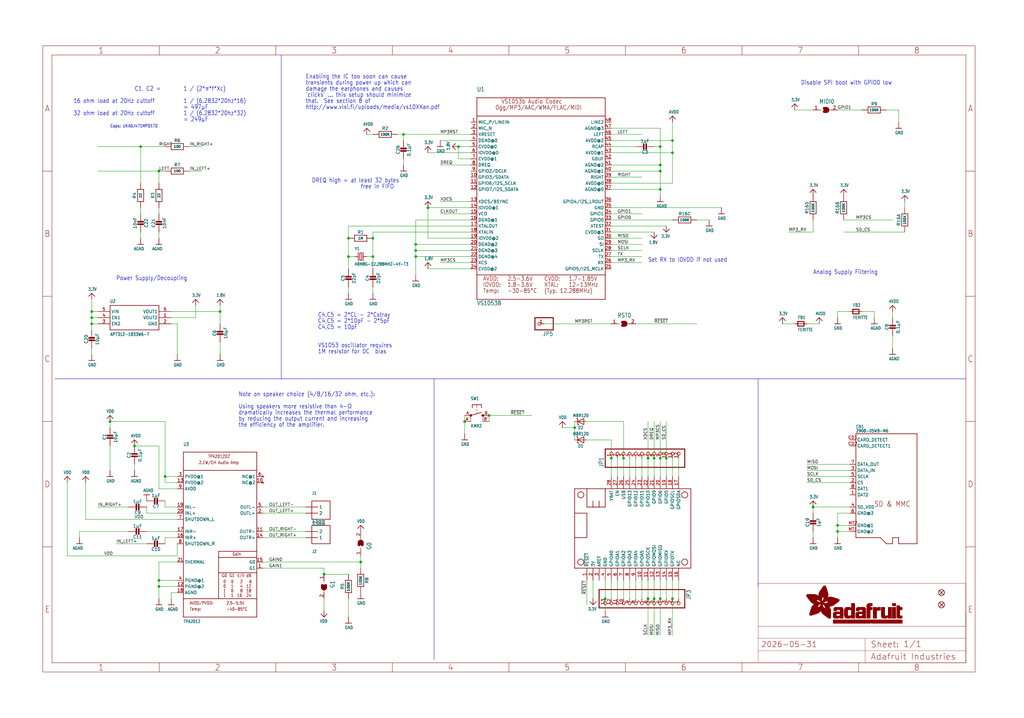
<source format=kicad_sch>
(kicad_sch (version 20230121) (generator eeschema)
  (paper "User" 425.45 298.602)
  (lib_symbols
    (symbol "working-eagle-import:1.8V" (power)
      (property "Value" "1.8V" (at -1.524 1.016 0))
      (symbol "1.8V_1_0"
        (pin power_in line (at 0 -2.54 90) (length 2.54) (name "1.8V") (number "1"))
      )
    )
    (symbol "working-eagle-import:3.3V" (power)
      (property "Value" "3.3V" (at -1.524 1.016 0))
      (symbol "3.3V_1_0"
        (pin power_in line (at 0 -2.54 90) (length 2.54) (name "3.3V") (number "1"))
      )
    )
    (symbol "working-eagle-import:AGND" (power)
      (property "Value" "AGND" (at -1.524 -2.54 0))
      (symbol "AGND_1_0"
        (pin power_in line (at 0 2.54 270) (length 2.54) (name "AGND") (number "1"))
      )
    )
    (symbol "working-eagle-import:AUDIOAMP_TPA2012D2"
      (property "Reference" "U" (at -15.24 33.02 0))
      (symbol "AUDIOAMP_TPA2012D2_1_0"
        (text "-40-85°C" (at 2.54 -35.56 0) (effects (font (size 1.27 1.0795)) (justify left bottom)))
        (text "0" (at 1.27 -26.035 0) (effects (font (size 1.27 1.0795)) (justify left bottom)))
        (text "0" (at 1.27 -24.13 0) (effects (font (size 1.27 1.0795)) (justify left bottom)))
        (text "0" (at 4.445 -27.94 0) (effects (font (size 1.27 1.0795)) (justify left bottom)))
        (text "0" (at 4.445 -24.13 0) (effects (font (size 1.27 1.0795)) (justify left bottom)))
        (text "1" (at 1.27 -29.845 0) (effects (font (size 1.27 1.0795)) (justify left bottom)))
        (text "1" (at 1.27 -27.94 0) (effects (font (size 1.27 1.0795)) (justify left bottom)))
        (text "1" (at 4.445 -29.845 0) (effects (font (size 1.27 1.0795)) (justify left bottom)))
        (text "1" (at 4.445 -26.035 0) (effects (font (size 1.27 1.0795)) (justify left bottom)))
        (text "12" (at 10.795 -26.035 0) (effects (font (size 1.27 1.0795)) (justify left bottom)))
        (text "16" (at 6.985 -29.845 0) (effects (font (size 1.27 1.0795)) (justify left bottom)))
        (text "18" (at 10.795 -27.94 0) (effects (font (size 1.27 1.0795)) (justify left bottom)))
        (text "2" (at 8.255 -24.13 0) (effects (font (size 1.27 1.0795)) (justify left bottom)))
        (text "2.1W/CH Audio Amp" (at -8.89 25.4 0) (effects (font (size 1.27 1.0795)) (justify left bottom)))
        (text "2.5-5.5V" (at 2.54 -33.02 0) (effects (font (size 1.27 1.0795)) (justify left bottom)))
        (text "24" (at 10.795 -29.845 0) (effects (font (size 1.27 1.0795)) (justify left bottom)))
        (text "4" (at 8.255 -26.035 0) (effects (font (size 1.27 1.0795)) (justify left bottom)))
        (text "6" (at 12.065 -24.13 0) (effects (font (size 1.27 1.0795)) (justify left bottom)))
        (text "8" (at 8.255 -27.94 0) (effects (font (size 1.27 1.0795)) (justify left bottom)))
        (text "AVDD/PVDD:" (at -12.7 -33.02 0) (effects (font (size 1.27 1.0795)) (justify left bottom)))
        (text "dB" (at 10.795 -21.59 0) (effects (font (size 1.27 1.0795)) (justify left bottom)))
        (text "G0" (at 0.635 -21.59 0) (effects (font (size 1.27 1.0795)) (justify left bottom)))
        (text "G1" (at 3.81 -21.59 0) (effects (font (size 1.27 1.0795)) (justify left bottom)))
        (text "Gain" (at 5.08 -12.7 0) (effects (font (size 1.27 1.0795)) (justify left bottom)))
        (text "Temp:" (at -12.7 -35.56 0) (effects (font (size 1.27 1.0795)) (justify left bottom)))
        (text "TPA2012D2" (at -5.08 27.94 0) (effects (font (size 1.27 1.0795)) (justify left bottom)))
        (text "V/V" (at 6.985 -21.59 0) (effects (font (size 1.27 1.0795)) (justify left bottom)))
        (pin input line (at 17.78 -17.78 180) (length 2.54) (name "G1") (number "1"))
        (pin no_connect line (at 17.78 17.78 180) (length 2.54) (name "NC@2") (number "10"))
        (pin output line (at 17.78 -2.54 180) (length 2.54) (name "OUTR-") (number "11"))
        (pin power_in line (at -17.78 -25.4 0) (length 2.54) (name "PGND@2") (number "12"))
        (pin power_in line (at -17.78 17.78 0) (length 2.54) (name "PVDD@2") (number "13"))
        (pin output line (at 17.78 -5.08 180) (length 2.54) (name "OUTR+") (number "14"))
        (pin input line (at 17.78 -15.24 180) (length 2.54) (name "G0") (number "15"))
        (pin input line (at -17.78 -5.08 0) (length 2.54) (name "INR+") (number "16"))
        (pin input line (at -17.78 -2.54 0) (length 2.54) (name "INR-") (number "17"))
        (pin power_in line (at -17.78 -27.94 0) (length 2.54) (name "AGND") (number "18"))
        (pin input line (at -17.78 7.62 0) (length 2.54) (name "INL-") (number "19"))
        (pin output line (at 17.78 5.08 180) (length 2.54) (name "OUTL+") (number "2"))
        (pin input line (at -17.78 5.08 0) (length 2.54) (name "INL+") (number "20"))
        (pin bidirectional line (at -17.78 -15.24 0) (length 2.54) (name "THERMAL") (number "21"))
        (pin power_in line (at -17.78 20.32 0) (length 2.54) (name "PVDD@1") (number "3"))
        (pin power_in line (at -17.78 -22.86 0) (length 2.54) (name "PGND@1") (number "4"))
        (pin output line (at 17.78 7.62 180) (length 2.54) (name "OUTL-") (number "5"))
        (pin no_connect line (at 17.78 20.32 180) (length 2.54) (name "NC@1") (number "6"))
        (pin input line (at -17.78 2.54 0) (length 2.54) (name "SHUTDOWN_L") (number "7"))
        (pin input line (at -17.78 -7.62 0) (length 2.54) (name "SHUTDOWN_R") (number "8"))
        (pin power_in line (at -17.78 15.24 0) (length 2.54) (name "AVDD") (number "9"))
      )
    )
    (symbol "working-eagle-import:AVDD" (power)
      (property "Value" "AVDD" (at -1.524 1.016 0))
      (symbol "AVDD_1_0"
        (pin power_in line (at 0 -2.54 90) (length 2.54) (name "AVDD") (number "1"))
      )
    )
    (symbol "working-eagle-import:CAP_CERAMIC0603_NO"
      (property "Reference" "C" (at -2.29 1.25 90))
      (symbol "CAP_CERAMIC0603_NO_1_0"
        (pin passive line (at 0 5.08 270) (length 2.54) (name "1") (number "1"))
        (pin passive line (at 0 -2.54 90) (length 2.54) (name "2") (number "2"))
      )
    )
    (symbol "working-eagle-import:CAP_CERAMIC0805-NOOUTLINE"
      (property "Reference" "C" (at -2.29 1.25 90))
      (symbol "CAP_CERAMIC0805-NOOUTLINE_1_0"
        (pin passive line (at 0 5.08 270) (length 2.54) (name "1") (number "1"))
        (pin passive line (at 0 -2.54 90) (length 2.54) (name "2") (number "2"))
      )
    )
    (symbol "working-eagle-import:CAP_CERAMIC_0805MP"
      (property "Reference" "C" (at -2.29 1.25 90))
      (symbol "CAP_CERAMIC_0805MP_1_0"
        (pin passive line (at 0 5.08 270) (length 2.54) (name "1") (number "1"))
        (pin passive line (at 0 -2.54 90) (length 2.54) (name "2") (number "2"))
      )
    )
    (symbol "working-eagle-import:CRYSTAL3.2X2.5"
      (property "Reference" "Y" (at -2.54 2.54 0))
      (symbol "CRYSTAL3.2X2.5_1_0"
        (pin passive line (at -2.54 0 0) (length 0) (name "1") (number "1"))
        (pin passive line (at 2.54 0 180) (length 0) (name "2") (number "2"))
      )
    )
    (symbol "working-eagle-import:DIODE-SCHOTTKYSOD-123"
      (property "Reference" "D" (at 0 2.54 0))
      (symbol "DIODE-SCHOTTKYSOD-123_1_0"
        (pin passive line (at -2.54 0 0) (length 2.54) (name "A") (number "A"))
        (pin passive line (at 2.54 0 180) (length 2.54) (name "C") (number "C"))
      )
    )
    (symbol "working-eagle-import:FEATHERWING_NODIM"
      (symbol "FEATHERWING_NODIM_1_0"
        (pin input line (at 5.08 -5.08 90) (length 5.08) (name "~{RESET}") (number "1"))
        (pin bidirectional line (at 27.94 -5.08 90) (length 5.08) (name "GPIOA5") (number "10"))
        (pin bidirectional line (at 30.48 -5.08 90) (length 5.08) (name "GPIOSCK") (number "11"))
        (pin bidirectional line (at 33.02 -5.08 90) (length 5.08) (name "GPIOMOSI") (number "12"))
        (pin bidirectional line (at 35.56 -5.08 90) (length 5.08) (name "GPIOMISO") (number "13"))
        (pin bidirectional line (at 38.1 -5.08 90) (length 5.08) (name "GPIORX") (number "14"))
        (pin bidirectional line (at 40.64 -5.08 90) (length 5.08) (name "GPIOTX") (number "15"))
        (pin passive line (at 43.18 -5.08 90) (length 5.08) (name "NC") (number "16"))
        (pin bidirectional line (at 43.18 38.1 270) (length 5.08) (name "GPIOSDA") (number "17"))
        (pin bidirectional line (at 40.64 38.1 270) (length 5.08) (name "GPIOSCL") (number "18"))
        (pin bidirectional line (at 38.1 38.1 270) (length 5.08) (name "GPIO5") (number "19"))
        (pin power_in line (at 7.62 -5.08 90) (length 5.08) (name "3V") (number "2"))
        (pin bidirectional line (at 35.56 38.1 270) (length 5.08) (name "GPIO6") (number "20"))
        (pin bidirectional line (at 33.02 38.1 270) (length 5.08) (name "GPIO9") (number "21"))
        (pin bidirectional line (at 30.48 38.1 270) (length 5.08) (name "GPIO10") (number "22"))
        (pin bidirectional line (at 27.94 38.1 270) (length 5.08) (name "GPIO11") (number "23"))
        (pin bidirectional line (at 25.4 38.1 270) (length 5.08) (name "GPIO12") (number "24"))
        (pin bidirectional line (at 22.86 38.1 270) (length 5.08) (name "GPIO13") (number "25"))
        (pin power_in line (at 20.32 38.1 270) (length 5.08) (name "USB") (number "26"))
        (pin passive line (at 17.78 38.1 270) (length 5.08) (name "EN") (number "27"))
        (pin power_in line (at 15.24 38.1 270) (length 5.08) (name "VBAT") (number "28"))
        (pin passive line (at 10.16 -5.08 90) (length 5.08) (name "AREF") (number "3"))
        (pin power_in line (at 12.7 -5.08 90) (length 5.08) (name "GND") (number "4"))
        (pin bidirectional line (at 15.24 -5.08 90) (length 5.08) (name "GPIOA0") (number "5"))
        (pin bidirectional line (at 17.78 -5.08 90) (length 5.08) (name "GPIOA1") (number "6"))
        (pin bidirectional line (at 20.32 -5.08 90) (length 5.08) (name "GPIOA2") (number "7"))
        (pin bidirectional line (at 22.86 -5.08 90) (length 5.08) (name "GPIOA3") (number "8"))
        (pin bidirectional line (at 25.4 -5.08 90) (length 5.08) (name "GPIOA4") (number "9"))
      )
    )
    (symbol "working-eagle-import:FERRITE-0805NO"
      (property "Reference" "FB" (at -1.27 1.905 0))
      (symbol "FERRITE-0805NO_1_0"
        (pin passive line (at -2.54 0 0) (length 2.54) (name "P$1") (number "1"))
        (pin passive line (at 2.54 0 180) (length 2.54) (name "P$2") (number "2"))
      )
    )
    (symbol "working-eagle-import:FIDUCIAL{dblquote}{dblquote}")
    (symbol "working-eagle-import:FRAME_A3_ADAFRUIT"
      (symbol "FRAME_A3_ADAFRUIT_1_0"
        (text "${#}/${##}" (at 357.505 10.16 0) (effects (font (size 2.54 2.54)) (justify left bottom)))
        (text "${CURRENT_DATE}" (at 298.45 10.16 0) (effects (font (size 2.286 2.286)) (justify left bottom)))
        (text "${PROJECTNAME}" (at 298.45 15.24 0) (effects (font (size 2.54 2.54)) (justify left bottom)))
        (text "1" (at 24.2094 1.905 0) (effects (font (size 2.54 2.286))))
        (text "1" (at 24.2094 258.445 0) (effects (font (size 2.54 2.286))))
        (text "2" (at 72.6281 1.905 0) (effects (font (size 2.54 2.286))))
        (text "2" (at 72.6281 258.445 0) (effects (font (size 2.54 2.286))))
        (text "3" (at 121.0469 1.905 0) (effects (font (size 2.54 2.286))))
        (text "3" (at 121.0469 258.445 0) (effects (font (size 2.54 2.286))))
        (text "4" (at 169.4656 1.905 0) (effects (font (size 2.54 2.286))))
        (text "4" (at 169.4656 258.445 0) (effects (font (size 2.54 2.286))))
        (text "5" (at 217.8844 1.905 0) (effects (font (size 2.54 2.286))))
        (text "5" (at 217.8844 258.445 0) (effects (font (size 2.54 2.286))))
        (text "6" (at 266.3031 1.905 0) (effects (font (size 2.54 2.286))))
        (text "6" (at 266.3031 258.445 0) (effects (font (size 2.54 2.286))))
        (text "7" (at 314.7219 1.905 0) (effects (font (size 2.54 2.286))))
        (text "7" (at 314.7219 258.445 0) (effects (font (size 2.54 2.286))))
        (text "8" (at 363.1406 1.905 0) (effects (font (size 2.54 2.286))))
        (text "8" (at 363.1406 258.445 0) (effects (font (size 2.54 2.286))))
        (text "A" (at 1.905 234.315 0) (effects (font (size 2.54 2.286))))
        (text "A" (at 385.445 234.315 0) (effects (font (size 2.54 2.286))))
        (text "Adafruit Industries" (at 343.916 4.953 0) (effects (font (size 2.54 2.54)) (justify left bottom)))
        (text "B" (at 1.905 182.245 0) (effects (font (size 2.54 2.286))))
        (text "B" (at 385.445 182.245 0) (effects (font (size 2.54 2.286))))
        (text "C" (at 1.905 130.175 0) (effects (font (size 2.54 2.286))))
        (text "C" (at 385.445 130.175 0) (effects (font (size 2.54 2.286))))
        (text "D" (at 1.905 78.105 0) (effects (font (size 2.54 2.286))))
        (text "D" (at 385.445 78.105 0) (effects (font (size 2.54 2.286))))
        (text "E" (at 1.905 26.035 0) (effects (font (size 2.54 2.286))))
        (text "E" (at 385.445 26.035 0) (effects (font (size 2.54 2.286))))
        (text "Sheet:" (at 343.916 10.033 0) (effects (font (size 2.54 2.54)) (justify left bottom)))
      )
    )
    (symbol "working-eagle-import:GND" (power)
      (property "Value" "GND" (at -1.524 -2.54 0))
      (symbol "GND_1_0"
        (pin power_in line (at 0 2.54 270) (length 2.54) (name "GND") (number "1"))
      )
    )
    (symbol "working-eagle-import:HEADER-1X12"
      (property "Reference" "JP" (at -6.35 18.415 0))
      (symbol "HEADER-1X12_1_0"
        (pin passive inverted (at -2.54 15.24 0) (length 2.54) (name "1") (number "1"))
        (pin passive inverted (at -2.54 -7.62 0) (length 2.54) (name "10") (number "10"))
        (pin passive inverted (at -2.54 -10.16 0) (length 2.54) (name "11") (number "11"))
        (pin passive inverted (at -2.54 -12.7 0) (length 2.54) (name "12") (number "12"))
        (pin passive inverted (at -2.54 12.7 0) (length 2.54) (name "2") (number "2"))
        (pin passive inverted (at -2.54 10.16 0) (length 2.54) (name "3") (number "3"))
        (pin passive inverted (at -2.54 7.62 0) (length 2.54) (name "4") (number "4"))
        (pin passive inverted (at -2.54 5.08 0) (length 2.54) (name "5") (number "5"))
        (pin passive inverted (at -2.54 2.54 0) (length 2.54) (name "6") (number "6"))
        (pin passive inverted (at -2.54 0 0) (length 2.54) (name "7") (number "7"))
        (pin passive inverted (at -2.54 -2.54 0) (length 2.54) (name "8") (number "8"))
        (pin passive inverted (at -2.54 -5.08 0) (length 2.54) (name "9") (number "9"))
      )
    )
    (symbol "working-eagle-import:HEADER-1X13"
      (property "Reference" "JP" (at -6.35 18.415 0))
      (symbol "HEADER-1X13_1_0"
        (pin passive inverted (at -2.54 15.24 0) (length 2.54) (name "1") (number "1"))
        (pin passive inverted (at -2.54 -7.62 0) (length 2.54) (name "10") (number "10"))
        (pin passive inverted (at -2.54 -10.16 0) (length 2.54) (name "11") (number "11"))
        (pin passive inverted (at -2.54 -12.7 0) (length 2.54) (name "12") (number "12"))
        (pin passive inverted (at -2.54 -15.24 0) (length 2.54) (name "13") (number "13"))
        (pin passive inverted (at -2.54 12.7 0) (length 2.54) (name "2") (number "2"))
        (pin passive inverted (at -2.54 10.16 0) (length 2.54) (name "3") (number "3"))
        (pin passive inverted (at -2.54 7.62 0) (length 2.54) (name "4") (number "4"))
        (pin passive inverted (at -2.54 5.08 0) (length 2.54) (name "5") (number "5"))
        (pin passive inverted (at -2.54 2.54 0) (length 2.54) (name "6") (number "6"))
        (pin passive inverted (at -2.54 0 0) (length 2.54) (name "7") (number "7"))
        (pin passive inverted (at -2.54 -2.54 0) (length 2.54) (name "8") (number "8"))
        (pin passive inverted (at -2.54 -5.08 0) (length 2.54) (name "9") (number "9"))
      )
    )
    (symbol "working-eagle-import:HEADER-1X1ROUND"
      (property "Reference" "JP" (at -6.35 3.175 0))
      (symbol "HEADER-1X1ROUND_1_0"
        (pin passive inverted (at -2.54 0 0) (length 2.54) (name "1") (number "1"))
      )
    )
    (symbol "working-eagle-import:MICROSD"
      (property "Reference" "X" (at -12.7 22.606 0))
      (symbol "MICROSD_1_0"
        (text "SD & MMC" (at -5.08 -10.16 0) (effects (font (size 2.1844 1.8567)) (justify left bottom)))
        (pin bidirectional line (at -15.24 -5.08 0) (length 2.54) (name "DAT2") (number "1"))
        (pin input line (at -15.24 0 0) (length 2.54) (name "CS") (number "2"))
        (pin input line (at -15.24 5.08 0) (length 2.54) (name "DATA_IN") (number "3"))
        (pin power_in line (at -15.24 -10.16 0) (length 2.54) (name "SD_VDD") (number "4"))
        (pin input line (at -15.24 2.54 0) (length 2.54) (name "SCLK") (number "5"))
        (pin power_in line (at -15.24 -12.7 0) (length 2.54) (name "GND@3") (number "6"))
        (pin output line (at -15.24 7.62 0) (length 2.54) (name "DATA_OUT") (number "7"))
        (pin bidirectional line (at -15.24 -2.54 0) (length 2.54) (name "DAT1") (number "8"))
        (pin passive line (at -15.24 17.78 0) (length 2.54) (name "CARD_DETECT") (number "CD1"))
        (pin passive line (at -15.24 15.24 0) (length 2.54) (name "CARD_DETECT1") (number "CD2"))
        (pin power_in line (at -15.24 -20.32 0) (length 2.54) (name "GND@2") (number "MT1"))
        (pin power_in line (at -15.24 -17.78 0) (length 2.54) (name "GND@1") (number "MT2"))
      )
    )
    (symbol "working-eagle-import:RESISTOR_0603MP"
      (property "Reference" "R" (at 0 2.54 0))
      (symbol "RESISTOR_0603MP_1_0"
        (pin passive line (at -5.08 0 0) (length 2.54) (name "1") (number "1"))
        (pin passive line (at 5.08 0 180) (length 2.54) (name "2") (number "2"))
      )
    )
    (symbol "working-eagle-import:RESISTOR_0603_NOOUT"
      (property "Reference" "R" (at 0 2.54 0))
      (symbol "RESISTOR_0603_NOOUT_1_0"
        (pin passive line (at -5.08 0 0) (length 2.54) (name "1") (number "1"))
        (pin passive line (at 5.08 0 180) (length 2.54) (name "2") (number "2"))
      )
    )
    (symbol "working-eagle-import:RESISTOR_4PACK"
      (property "Reference" "R" (at 0 2.54 0))
      (symbol "RESISTOR_4PACK_1_0"
        (pin passive line (at -5.08 0 0) (length 2.54) (name "1") (number "1"))
        (pin passive line (at 5.08 0 180) (length 2.54) (name "2") (number "8"))
      )
      (symbol "RESISTOR_4PACK_2_0"
        (pin passive line (at -5.08 0 0) (length 2.54) (name "1") (number "2"))
        (pin passive line (at 5.08 0 180) (length 2.54) (name "2") (number "7"))
      )
      (symbol "RESISTOR_4PACK_3_0"
        (pin passive line (at -5.08 0 0) (length 2.54) (name "1") (number "3"))
        (pin passive line (at 5.08 0 180) (length 2.54) (name "2") (number "6"))
      )
      (symbol "RESISTOR_4PACK_4_0"
        (pin passive line (at -5.08 0 0) (length 2.54) (name "1") (number "4"))
        (pin passive line (at 5.08 0 180) (length 2.54) (name "2") (number "5"))
      )
    )
    (symbol "working-eagle-import:SOLDERJUMPER"
      (property "Reference" "SJ" (at -2.54 2.54 0))
      (symbol "SOLDERJUMPER_1_0"
        (pin passive line (at -5.08 0 0) (length 2.54) (name "1") (number "1"))
        (pin passive line (at 5.08 0 180) (length 2.54) (name "2") (number "2"))
      )
    )
    (symbol "working-eagle-import:SOLDERJUMPERCLOSED"
      (property "Reference" "SJ" (at -2.54 2.54 0))
      (symbol "SOLDERJUMPERCLOSED_1_0"
        (pin passive line (at -5.08 0 0) (length 2.54) (name "1") (number "1"))
        (pin passive line (at 5.08 0 180) (length 2.54) (name "2") (number "2"))
      )
    )
    (symbol "working-eagle-import:SWITCH_TACT_SMT4.6X2.8"
      (property "Reference" "SW" (at -2.54 6.35 0))
      (symbol "SWITCH_TACT_SMT4.6X2.8_1_0"
        (pin passive line (at -5.08 0 0) (length 2.54) (name "P") (number "A"))
        (pin passive line (at -5.08 -2.54 0) (length 2.54) (name "P1") (number "A'"))
        (pin passive line (at 5.08 0 180) (length 2.54) (name "S") (number "B"))
        (pin passive line (at 5.08 -2.54 180) (length 2.54) (name "S1") (number "B'"))
      )
    )
    (symbol "working-eagle-import:TERMBLOCK_1X2"
      (property "Reference" "X" (at -2.54 7.62 0))
      (symbol "TERMBLOCK_1X2_1_0"
        (pin passive line (at -5.08 2.54 0) (length 5.08) (name "1") (number "1"))
        (pin passive line (at -5.08 0 0) (length 5.08) (name "2") (number "2"))
      )
    )
    (symbol "working-eagle-import:VDD" (power)
      (property "Value" "VDD" (at -1.524 1.016 0))
      (symbol "VDD_1_0"
        (pin power_in line (at 0 -2.54 90) (length 2.54) (name "VDD") (number "1"))
      )
    )
    (symbol "working-eagle-import:VREG_SOT23-6_DUALAP7312"
      (property "Reference" "U" (at -10.16 6.096 0))
      (symbol "VREG_SOT23-6_DUALAP7312_1_0"
        (pin bidirectional line (at 15.24 0 180) (length 5.08) (name "VOUT2") (number "1"))
        (pin bidirectional line (at 15.24 -2.54 180) (length 5.08) (name "GND") (number "2"))
        (pin bidirectional line (at -15.24 -2.54 0) (length 5.08) (name "EN2") (number "3"))
        (pin bidirectional line (at -15.24 0 0) (length 5.08) (name "EN1") (number "4"))
        (pin bidirectional line (at -15.24 2.54 0) (length 5.08) (name "VIN") (number "5"))
        (pin bidirectional line (at 15.24 2.54 180) (length 5.08) (name "VOUT1") (number "6"))
      )
    )
    (symbol "working-eagle-import:VS1053B"
      (property "Reference" "U" (at -25.4 43.18 0))
      (symbol "VS1053B_1_0"
        (text "(Typ. 12.288MHz)" (at 2.54 -40.64 0) (effects (font (size 1.778 1.5113)) (justify left bottom)))
        (text "-30-85°C" (at -12.7 -40.64 0) (effects (font (size 1.778 1.5113)) (justify left bottom)))
        (text "1.7-1.85V" (at 12.7 -35.56 0) (effects (font (size 1.778 1.5113)) (justify left bottom)))
        (text "1.8-3.6V" (at -12.7 -38.1 0) (effects (font (size 1.778 1.5113)) (justify left bottom)))
        (text "12-13MHz" (at 12.7 -38.1 0) (effects (font (size 1.778 1.5113)) (justify left bottom)))
        (text "2.5-3.6V" (at -12.7 -35.56 0) (effects (font (size 1.778 1.5113)) (justify left bottom)))
        (text "AVDD:" (at -22.86 -35.56 0) (effects (font (size 1.778 1.5113)) (justify left bottom)))
        (text "CVDD:" (at 2.54 -35.56 0) (effects (font (size 1.778 1.5113)) (justify left bottom)))
        (text "IOVDD:" (at -22.86 -38.1 0) (effects (font (size 1.778 1.5113)) (justify left bottom)))
        (text "Ogg/MP3/AAC/WMA/FLAC/MIDI" (at -17.78 35.56 0) (effects (font (size 1.778 1.5113)) (justify left bottom)))
        (text "Temp:" (at -22.86 -40.64 0) (effects (font (size 1.778 1.5113)) (justify left bottom)))
        (text "VS1053b Audio Codec" (at -15.24 38.1 0) (effects (font (size 1.778 1.5113)) (justify left bottom)))
        (text "XTAL:" (at 2.54 -38.1 0) (effects (font (size 1.778 1.5113)) (justify left bottom)))
        (pin bidirectional line (at -27.94 30.48 0) (length 2.54) (name "MIC_P/LINEIN") (number "1"))
        (pin bidirectional line (at -27.94 7.62 0) (length 2.54) (name "GPIO3/SDATA") (number "10"))
        (pin bidirectional line (at -27.94 5.08 0) (length 2.54) (name "GPIO6/I2S_SCLK") (number "11"))
        (pin bidirectional line (at -27.94 2.54 0) (length 2.54) (name "GPIO7/I2S_SDATA") (number "12"))
        (pin bidirectional line (at -27.94 -2.54 0) (length 2.54) (name "XDCS/BSYNC") (number "13"))
        (pin power_in line (at -27.94 -5.08 0) (length 2.54) (name "IOVDD@1") (number "14"))
        (pin bidirectional line (at -27.94 -7.62 0) (length 2.54) (name "VCO") (number "15"))
        (pin power_in line (at -27.94 -10.16 0) (length 2.54) (name "DGND@1") (number "16"))
        (pin output line (at -27.94 -12.7 0) (length 2.54) (name "XTALOUT") (number "17"))
        (pin input line (at -27.94 -15.24 0) (length 2.54) (name "XTALIN") (number "18"))
        (pin power_in line (at -27.94 -17.78 0) (length 2.54) (name "IOVDD@2") (number "19"))
        (pin bidirectional line (at -27.94 27.94 0) (length 2.54) (name "MIC_N") (number "2"))
        (pin power_in line (at -27.94 -20.32 0) (length 2.54) (name "DGND@2") (number "20"))
        (pin power_in line (at -27.94 -22.86 0) (length 2.54) (name "DGND@3") (number "21"))
        (pin power_in line (at -27.94 -25.4 0) (length 2.54) (name "DGND@4") (number "22"))
        (pin bidirectional line (at -27.94 -27.94 0) (length 2.54) (name "XCS") (number "23"))
        (pin power_in line (at -27.94 -30.48 0) (length 2.54) (name "CVDD@2") (number "24"))
        (pin bidirectional line (at 30.48 -30.48 180) (length 2.54) (name "GPIO5/I2S_MCLK") (number "25"))
        (pin bidirectional line (at 30.48 -27.94 180) (length 2.54) (name "RX") (number "26"))
        (pin bidirectional line (at 30.48 -25.4 180) (length 2.54) (name "TX") (number "27"))
        (pin bidirectional line (at 30.48 -22.86 180) (length 2.54) (name "SCLK") (number "28"))
        (pin bidirectional line (at 30.48 -20.32 180) (length 2.54) (name "SI") (number "29"))
        (pin bidirectional line (at -27.94 25.4 0) (length 2.54) (name "XRESET") (number "3"))
        (pin bidirectional line (at 30.48 -17.78 180) (length 2.54) (name "SO") (number "30"))
        (pin power_in line (at 30.48 -15.24 180) (length 2.54) (name "CVDD@3") (number "31"))
        (pin bidirectional line (at 30.48 -12.7 180) (length 2.54) (name "XTEST") (number "32"))
        (pin bidirectional line (at 30.48 -10.16 180) (length 2.54) (name "GPIO0") (number "33"))
        (pin bidirectional line (at 30.48 -7.62 180) (length 2.54) (name "GPIO1") (number "34"))
        (pin power_in line (at 30.48 -5.08 180) (length 2.54) (name "GND") (number "35"))
        (pin bidirectional line (at 30.48 -2.54 180) (length 2.54) (name "GPIO4/I2S_LROUT") (number "36"))
        (pin power_in line (at 30.48 2.54 180) (length 2.54) (name "AGND@0") (number "37"))
        (pin power_in line (at 30.48 5.08 180) (length 2.54) (name "AVDD@0") (number "38"))
        (pin bidirectional line (at 30.48 7.62 180) (length 2.54) (name "RIGHT") (number "39"))
        (pin power_in line (at -27.94 22.86 0) (length 2.54) (name "DGND@0") (number "4"))
        (pin power_in line (at 30.48 10.16 180) (length 2.54) (name "AGND@1") (number "40"))
        (pin power_in line (at 30.48 12.7 180) (length 2.54) (name "AGND@2") (number "41"))
        (pin bidirectional line (at 30.48 15.24 180) (length 2.54) (name "GBUF") (number "42"))
        (pin power_in line (at 30.48 17.78 180) (length 2.54) (name "AVDD@1") (number "43"))
        (pin bidirectional line (at 30.48 20.32 180) (length 2.54) (name "RCAP") (number "44"))
        (pin power_in line (at 30.48 22.86 180) (length 2.54) (name "AVDD@2") (number "45"))
        (pin bidirectional line (at 30.48 25.4 180) (length 2.54) (name "LEFT") (number "46"))
        (pin power_in line (at 30.48 27.94 180) (length 2.54) (name "AGND@3") (number "47"))
        (pin bidirectional line (at 30.48 30.48 180) (length 2.54) (name "LINE2") (number "48"))
        (pin power_in line (at -27.94 20.32 0) (length 2.54) (name "CVDD@0") (number "5"))
        (pin power_in line (at -27.94 17.78 0) (length 2.54) (name "IOVDD@0") (number "6"))
        (pin power_in line (at -27.94 15.24 0) (length 2.54) (name "CVDD@1") (number "7"))
        (pin bidirectional line (at -27.94 12.7 0) (length 2.54) (name "DREQ") (number "8"))
        (pin bidirectional line (at -27.94 10.16 0) (length 2.54) (name "GPIO2/DCLK") (number "9"))
      )
    )
  )
  (junction (at 66.04 241.3))
  (junction (at 58.42 60.96))
  (junction (at 274.32 248.92))
  (junction (at 193.04 175.26))
  (junction (at 259.08 190.5))
  (junction (at 66.04 71.12))
  (junction (at 269.24 248.92))
  (junction (at 274.32 190.5))
  (junction (at 254 190.5))
  (junction (at 45.72 175.26))
  (junction (at 149.86 233.68))
  (junction (at 269.24 190.5))
  (junction (at 154.94 99.06))
  (junction (at 55.88 185.42))
  (junction (at 274.32 60.96))
  (junction (at 177.8 86.36))
  (junction (at 172.72 101.6))
  (junction (at 251.46 248.92))
  (junction (at 238.76 177.8))
  (junction (at 271.78 248.92))
  (junction (at 134.62 238.76))
  (junction (at 279.4 58.42))
  (junction (at 38.1 129.54))
  (junction (at 274.32 78.74))
  (junction (at 38.1 132.08))
  (junction (at 203.2 172.72))
  (junction (at 190.5 60.96))
  (junction (at 172.72 106.68))
  (junction (at 274.32 71.12))
  (junction (at 279.4 63.5))
  (junction (at 279.4 248.92))
  (junction (at 144.78 106.68))
  (junction (at 274.32 68.58))
  (junction (at 38.1 134.62))
  (junction (at 347.98 220.98))
  (junction (at 167.64 55.88))
  (junction (at 347.98 218.44))
  (junction (at 271.78 190.5))
  (junction (at 66.04 243.84))
  (junction (at 276.86 190.5))
  (junction (at 172.72 104.14))
  (junction (at 337.82 210.82))
  (junction (at 68.58 198.12))
  (junction (at 154.94 106.68))
  (junction (at 91.44 129.54))
  (junction (at 144.78 99.06))
  (wire (pts (xy 254 99.06) (xy 266.7 99.06)) (stroke (width 0.1524)))
  (wire (pts (xy 264.16 248.92) (xy 264.16 241.3)) (stroke (width 0.1524)))
  (wire (pts (xy 73.66 134.62) (xy 73.66 147.32)) (stroke (width 0.1524)))
  (wire (pts (xy 347.98 45.72) (xy 358.14 45.72)) (stroke (width 0.1524)))
  (wire (pts (xy 327.66 96.52) (xy 337.82 96.52)) (stroke (width 0.1524)))
  (wire (pts (xy 109.22 210.82) (xy 127 210.82)) (stroke (width 0.1524)))
  (wire (pts (xy 144.78 256.54) (xy 144.78 248.92)) (stroke (width 0.1524)))
  (wire (pts (xy 154.94 106.68) (xy 154.94 111.76)) (stroke (width 0.1524)))
  (wire (pts (xy 363.22 129.54) (xy 363.22 132.08)) (stroke (width 0.1524)))
  (wire (pts (xy 167.64 66.04) (xy 167.64 68.58)) (stroke (width 0.1524)))
  (wire (pts (xy 81.28 132.08) (xy 81.28 127)) (stroke (width 0.1524)))
  (wire (pts (xy 347.98 218.44) (xy 347.98 220.98)) (stroke (width 0.1524)))
  (polyline (pts (xy 180.34 157.48) (xy 180.34 274.32)) (stroke (width 0.1524) (type solid)))
  (wire (pts (xy 347.98 220.98) (xy 347.98 223.52)) (stroke (width 0.1524)))
  (wire (pts (xy 172.72 91.44) (xy 172.72 101.6)) (stroke (width 0.1524)))
  (polyline (pts (xy 314.96 157.48) (xy 314.96 243.84)) (stroke (width 0.1524) (type solid)))
  (wire (pts (xy 73.66 210.82) (xy 68.58 210.82)) (stroke (width 0.1524)))
  (wire (pts (xy 73.66 200.66) (xy 68.58 200.66)) (stroke (width 0.1524)))
  (wire (pts (xy 294.64 91.44) (xy 289.56 91.44)) (stroke (width 0.1524)))
  (wire (pts (xy 274.32 68.58) (xy 274.32 71.12)) (stroke (width 0.1524)))
  (wire (pts (xy 353.06 200.66) (xy 335.28 200.66)) (stroke (width 0.1524)))
  (wire (pts (xy 73.66 231.14) (xy 27.94 231.14)) (stroke (width 0.1524)))
  (wire (pts (xy 177.8 99.06) (xy 177.8 86.36)) (stroke (width 0.1524)))
  (wire (pts (xy 335.28 134.62) (xy 340.36 134.62)) (stroke (width 0.1524)))
  (wire (pts (xy 195.58 109.22) (xy 182.88 109.22)) (stroke (width 0.1524)))
  (wire (pts (xy 195.58 86.36) (xy 177.8 86.36)) (stroke (width 0.1524)))
  (wire (pts (xy 281.94 248.92) (xy 281.94 241.3)) (stroke (width 0.1524)))
  (wire (pts (xy 68.58 198.12) (xy 68.58 175.26)) (stroke (width 0.1524)))
  (wire (pts (xy 274.32 53.34) (xy 274.32 60.96)) (stroke (width 0.1524)))
  (wire (pts (xy 279.4 190.5) (xy 279.4 198.12)) (stroke (width 0.1524)))
  (wire (pts (xy 347.98 213.36) (xy 347.98 218.44)) (stroke (width 0.1524)))
  (wire (pts (xy 243.84 241.3) (xy 243.84 251.46)) (stroke (width 0.1524)))
  (wire (pts (xy 254 58.42) (xy 279.4 58.42)) (stroke (width 0.1524)))
  (wire (pts (xy 279.4 63.5) (xy 279.4 76.2)) (stroke (width 0.1524)))
  (wire (pts (xy 251.46 254) (xy 251.46 248.92)) (stroke (width 0.1524)))
  (wire (pts (xy 55.88 193.04) (xy 55.88 195.58)) (stroke (width 0.1524)))
  (wire (pts (xy 68.58 210.82) (xy 68.58 208.28)) (stroke (width 0.1524)))
  (wire (pts (xy 195.58 68.58) (xy 182.88 68.58)) (stroke (width 0.1524)))
  (wire (pts (xy 45.72 175.26) (xy 45.72 177.8)) (stroke (width 0.1524)))
  (polyline (pts (xy 116.84 157.48) (xy 180.34 157.48)) (stroke (width 0.1524) (type solid)))
  (wire (pts (xy 73.66 233.68) (xy 66.04 233.68)) (stroke (width 0.1524)))
  (wire (pts (xy 195.58 104.14) (xy 172.72 104.14)) (stroke (width 0.1524)))
  (wire (pts (xy 264.16 60.96) (xy 254 60.96)) (stroke (width 0.1524)))
  (wire (pts (xy 353.06 210.82) (xy 337.82 210.82)) (stroke (width 0.1524)))
  (wire (pts (xy 38.1 134.62) (xy 38.1 137.16)) (stroke (width 0.1524)))
  (wire (pts (xy 68.58 223.52) (xy 73.66 223.52)) (stroke (width 0.1524)))
  (wire (pts (xy 266.7 190.5) (xy 266.7 198.12)) (stroke (width 0.1524)))
  (wire (pts (xy 274.32 71.12) (xy 274.32 78.74)) (stroke (width 0.1524)))
  (wire (pts (xy 254 86.36) (xy 299.72 86.36)) (stroke (width 0.1524)))
  (wire (pts (xy 60.96 226.06) (xy 48.26 226.06)) (stroke (width 0.1524)))
  (wire (pts (xy 274.32 190.5) (xy 274.32 198.12)) (stroke (width 0.1524)))
  (wire (pts (xy 337.82 45.72) (xy 330.2 45.72)) (stroke (width 0.1524)))
  (wire (pts (xy 71.12 134.62) (xy 73.66 134.62)) (stroke (width 0.1524)))
  (wire (pts (xy 254 76.2) (xy 279.4 76.2)) (stroke (width 0.1524)))
  (wire (pts (xy 353.06 198.12) (xy 335.28 198.12)) (stroke (width 0.1524)))
  (wire (pts (xy 40.64 129.54) (xy 38.1 129.54)) (stroke (width 0.1524)))
  (wire (pts (xy 66.04 233.68) (xy 66.04 241.3)) (stroke (width 0.1524)))
  (wire (pts (xy 195.58 99.06) (xy 177.8 99.06)) (stroke (width 0.1524)))
  (wire (pts (xy 195.58 93.98) (xy 144.78 93.98)) (stroke (width 0.1524)))
  (wire (pts (xy 264.16 134.62) (xy 289.56 134.62)) (stroke (width 0.1524)))
  (wire (pts (xy 254 68.58) (xy 274.32 68.58)) (stroke (width 0.1524)))
  (wire (pts (xy 276.86 190.5) (xy 276.86 175.26)) (stroke (width 0.1524)))
  (wire (pts (xy 60.96 210.82) (xy 60.96 213.36)) (stroke (width 0.1524)))
  (wire (pts (xy 109.22 233.68) (xy 149.86 233.68)) (stroke (width 0.1524)))
  (wire (pts (xy 154.94 96.52) (xy 154.94 99.06)) (stroke (width 0.1524)))
  (wire (pts (xy 195.58 55.88) (xy 167.64 55.88)) (stroke (width 0.1524)))
  (wire (pts (xy 269.24 190.5) (xy 269.24 198.12)) (stroke (width 0.1524)))
  (wire (pts (xy 78.74 71.12) (xy 83.82 71.12)) (stroke (width 0.1524)))
  (wire (pts (xy 66.04 203.2) (xy 66.04 185.42)) (stroke (width 0.1524)))
  (wire (pts (xy 195.58 106.68) (xy 172.72 106.68)) (stroke (width 0.1524)))
  (wire (pts (xy 38.1 144.78) (xy 38.1 147.32)) (stroke (width 0.1524)))
  (wire (pts (xy 353.06 220.98) (xy 347.98 220.98)) (stroke (width 0.1524)))
  (wire (pts (xy 254 96.52) (xy 271.78 96.52)) (stroke (width 0.1524)))
  (wire (pts (xy 91.44 129.54) (xy 91.44 134.62)) (stroke (width 0.1524)))
  (wire (pts (xy 358.14 129.54) (xy 363.22 129.54)) (stroke (width 0.1524)))
  (wire (pts (xy 195.58 66.04) (xy 190.5 66.04)) (stroke (width 0.1524)))
  (wire (pts (xy 68.58 226.06) (xy 68.58 223.52)) (stroke (width 0.1524)))
  (wire (pts (xy 78.74 60.96) (xy 83.82 60.96)) (stroke (width 0.1524)))
  (wire (pts (xy 195.58 91.44) (xy 172.72 91.44)) (stroke (width 0.1524)))
  (wire (pts (xy 271.78 190.5) (xy 271.78 198.12)) (stroke (width 0.1524)))
  (wire (pts (xy 172.72 104.14) (xy 172.72 106.68)) (stroke (width 0.1524)))
  (wire (pts (xy 40.64 132.08) (xy 38.1 132.08)) (stroke (width 0.1524)))
  (polyline (pts (xy 22.86 157.48) (xy 116.84 157.48)) (stroke (width 0.1524) (type solid)))
  (wire (pts (xy 147.32 106.68) (xy 144.78 106.68)) (stroke (width 0.1524)))
  (wire (pts (xy 251.46 248.92) (xy 251.46 241.3)) (stroke (width 0.1524)))
  (wire (pts (xy 254 55.88) (xy 266.7 55.88)) (stroke (width 0.1524)))
  (wire (pts (xy 274.32 190.5) (xy 274.32 175.26)) (stroke (width 0.1524)))
  (wire (pts (xy 144.78 238.76) (xy 134.62 238.76)) (stroke (width 0.1524)))
  (wire (pts (xy 375.92 96.52) (xy 350.52 96.52)) (stroke (width 0.1524)))
  (wire (pts (xy 353.06 193.04) (xy 335.28 193.04)) (stroke (width 0.1524)))
  (wire (pts (xy 337.82 210.82) (xy 337.82 213.36)) (stroke (width 0.1524)))
  (wire (pts (xy 134.62 236.22) (xy 134.62 238.76)) (stroke (width 0.1524)))
  (wire (pts (xy 254 104.14) (xy 266.7 104.14)) (stroke (width 0.1524)))
  (wire (pts (xy 91.44 142.24) (xy 91.44 147.32)) (stroke (width 0.1524)))
  (wire (pts (xy 256.54 190.5) (xy 256.54 198.12)) (stroke (width 0.1524)))
  (wire (pts (xy 66.04 243.84) (xy 66.04 248.92)) (stroke (width 0.1524)))
  (wire (pts (xy 203.2 172.72) (xy 220.98 172.72)) (stroke (width 0.1524)))
  (wire (pts (xy 154.94 55.88) (xy 152.4 55.88)) (stroke (width 0.1524)))
  (wire (pts (xy 269.24 248.92) (xy 269.24 241.3)) (stroke (width 0.1524)))
  (wire (pts (xy 269.24 248.92) (xy 269.24 264.16)) (stroke (width 0.1524)))
  (wire (pts (xy 261.62 190.5) (xy 261.62 198.12)) (stroke (width 0.1524)))
  (wire (pts (xy 259.08 175.26) (xy 259.08 190.5)) (stroke (width 0.1524)))
  (wire (pts (xy 254 182.88) (xy 254 190.5)) (stroke (width 0.1524)))
  (wire (pts (xy 195.58 58.42) (xy 182.88 58.42)) (stroke (width 0.1524)))
  (wire (pts (xy 195.58 60.96) (xy 190.5 60.96)) (stroke (width 0.1524)))
  (wire (pts (xy 276.86 190.5) (xy 276.86 198.12)) (stroke (width 0.1524)))
  (wire (pts (xy 58.42 96.52) (xy 58.42 99.06)) (stroke (width 0.1524)))
  (wire (pts (xy 368.3 45.72) (xy 373.38 45.72)) (stroke (width 0.1524)))
  (wire (pts (xy 144.78 99.06) (xy 144.78 106.68)) (stroke (width 0.1524)))
  (wire (pts (xy 254 248.92) (xy 254 241.3)) (stroke (width 0.1524)))
  (wire (pts (xy 243.84 175.26) (xy 259.08 175.26)) (stroke (width 0.1524)))
  (wire (pts (xy 27.94 231.14) (xy 27.94 200.66)) (stroke (width 0.1524)))
  (wire (pts (xy 149.86 233.68) (xy 149.86 236.22)) (stroke (width 0.1524)))
  (wire (pts (xy 274.32 78.74) (xy 274.32 81.28)) (stroke (width 0.1524)))
  (wire (pts (xy 134.62 254) (xy 134.62 248.92)) (stroke (width 0.1524)))
  (wire (pts (xy 254 106.68) (xy 266.7 106.68)) (stroke (width 0.1524)))
  (wire (pts (xy 73.66 243.84) (xy 66.04 243.84)) (stroke (width 0.1524)))
  (wire (pts (xy 274.32 248.92) (xy 274.32 241.3)) (stroke (width 0.1524)))
  (wire (pts (xy 254 190.5) (xy 254 198.12)) (stroke (width 0.1524)))
  (wire (pts (xy 279.4 58.42) (xy 279.4 63.5)) (stroke (width 0.1524)))
  (wire (pts (xy 73.66 198.12) (xy 68.58 198.12)) (stroke (width 0.1524)))
  (wire (pts (xy 167.64 55.88) (xy 165.1 55.88)) (stroke (width 0.1524)))
  (polyline (pts (xy 180.34 157.48) (xy 314.96 157.48)) (stroke (width 0.1524) (type solid)))
  (wire (pts (xy 279.4 248.92) (xy 279.4 241.3)) (stroke (width 0.1524)))
  (wire (pts (xy 60.96 213.36) (xy 73.66 213.36)) (stroke (width 0.1524)))
  (wire (pts (xy 281.94 190.5) (xy 281.94 198.12)) (stroke (width 0.1524)))
  (wire (pts (xy 58.42 86.36) (xy 58.42 88.9)) (stroke (width 0.1524)))
  (wire (pts (xy 271.78 175.26) (xy 271.78 190.5)) (stroke (width 0.1524)))
  (wire (pts (xy 195.58 111.76) (xy 177.8 111.76)) (stroke (width 0.1524)))
  (wire (pts (xy 38.1 132.08) (xy 38.1 129.54)) (stroke (width 0.1524)))
  (wire (pts (xy 254 109.22) (xy 266.7 109.22)) (stroke (width 0.1524)))
  (wire (pts (xy 254 53.34) (xy 274.32 53.34)) (stroke (width 0.1524)))
  (wire (pts (xy 167.64 55.88) (xy 167.64 58.42)) (stroke (width 0.1524)))
  (wire (pts (xy 271.78 248.92) (xy 271.78 241.3)) (stroke (width 0.1524)))
  (polyline (pts (xy 314.96 157.48) (xy 401.32 157.48)) (stroke (width 0.1524) (type solid)))
  (wire (pts (xy 73.66 241.3) (xy 66.04 241.3)) (stroke (width 0.1524)))
  (wire (pts (xy 58.42 60.96) (xy 40.64 60.96)) (stroke (width 0.1524)))
  (wire (pts (xy 254 71.12) (xy 274.32 71.12)) (stroke (width 0.1524)))
  (wire (pts (xy 254 91.44) (xy 279.4 91.44)) (stroke (width 0.1524)))
  (wire (pts (xy 254 63.5) (xy 279.4 63.5)) (stroke (width 0.1524)))
  (wire (pts (xy 66.04 241.3) (xy 66.04 243.84)) (stroke (width 0.1524)))
  (wire (pts (xy 71.12 132.08) (xy 81.28 132.08)) (stroke (width 0.1524)))
  (wire (pts (xy 254 78.74) (xy 274.32 78.74)) (stroke (width 0.1524)))
  (wire (pts (xy 73.66 215.9) (xy 35.56 215.9)) (stroke (width 0.1524)))
  (wire (pts (xy 238.76 177.8) (xy 233.68 177.8)) (stroke (width 0.1524)))
  (wire (pts (xy 40.64 134.62) (xy 38.1 134.62)) (stroke (width 0.1524)))
  (wire (pts (xy 66.04 86.36) (xy 66.04 88.9)) (stroke (width 0.1524)))
  (wire (pts (xy 353.06 218.44) (xy 347.98 218.44)) (stroke (width 0.1524)))
  (wire (pts (xy 193.04 172.72) (xy 193.04 175.26)) (stroke (width 0.1524)))
  (wire (pts (xy 266.7 248.92) (xy 266.7 241.3)) (stroke (width 0.1524)))
  (wire (pts (xy 279.4 248.92) (xy 279.4 264.16)) (stroke (width 0.1524)))
  (wire (pts (xy 261.62 248.92) (xy 261.62 241.3)) (stroke (width 0.1524)))
  (wire (pts (xy 144.78 106.68) (xy 144.78 111.76)) (stroke (width 0.1524)))
  (wire (pts (xy 73.66 226.06) (xy 73.66 231.14)) (stroke (width 0.1524)))
  (wire (pts (xy 276.86 248.92) (xy 276.86 241.3)) (stroke (width 0.1524)))
  (wire (pts (xy 271.78 60.96) (xy 274.32 60.96)) (stroke (width 0.1524)))
  (wire (pts (xy 71.12 129.54) (xy 91.44 129.54)) (stroke (width 0.1524)))
  (wire (pts (xy 45.72 185.42) (xy 45.72 195.58)) (stroke (width 0.1524)))
  (wire (pts (xy 109.22 220.98) (xy 127 220.98)) (stroke (width 0.1524)))
  (wire (pts (xy 68.58 60.96) (xy 58.42 60.96)) (stroke (width 0.1524)))
  (wire (pts (xy 337.82 220.98) (xy 337.82 223.52)) (stroke (width 0.1524)))
  (wire (pts (xy 38.1 129.54) (xy 38.1 124.46)) (stroke (width 0.1524)))
  (wire (pts (xy 238.76 177.8) (xy 238.76 182.88)) (stroke (width 0.1524)))
  (wire (pts (xy 274.32 248.92) (xy 274.32 264.16)) (stroke (width 0.1524)))
  (wire (pts (xy 195.58 96.52) (xy 154.94 96.52)) (stroke (width 0.1524)))
  (wire (pts (xy 243.84 182.88) (xy 254 182.88)) (stroke (width 0.1524)))
  (wire (pts (xy 144.78 93.98) (xy 144.78 99.06)) (stroke (width 0.1524)))
  (wire (pts (xy 68.58 71.12) (xy 66.04 71.12)) (stroke (width 0.1524)))
  (wire (pts (xy 53.34 220.98) (xy 33.02 220.98)) (stroke (width 0.1524)))
  (wire (pts (xy 144.78 119.38) (xy 144.78 121.92)) (stroke (width 0.1524)))
  (wire (pts (xy 172.72 101.6) (xy 172.72 104.14)) (stroke (width 0.1524)))
  (wire (pts (xy 66.04 185.42) (xy 55.88 185.42)) (stroke (width 0.1524)))
  (wire (pts (xy 203.2 172.72) (xy 203.2 175.26)) (stroke (width 0.1524)))
  (wire (pts (xy 279.4 50.8) (xy 279.4 58.42)) (stroke (width 0.1524)))
  (wire (pts (xy 66.04 71.12) (xy 66.04 76.2)) (stroke (width 0.1524)))
  (wire (pts (xy 91.44 129.54) (xy 91.44 127)) (stroke (width 0.1524)))
  (wire (pts (xy 154.94 119.38) (xy 154.94 121.92)) (stroke (width 0.1524)))
  (wire (pts (xy 370.84 91.44) (xy 350.52 91.44)) (stroke (width 0.1524)))
  (wire (pts (xy 58.42 60.96) (xy 58.42 76.2)) (stroke (width 0.1524)))
  (wire (pts (xy 149.86 231.14) (xy 149.86 233.68)) (stroke (width 0.1524)))
  (wire (pts (xy 68.58 175.26) (xy 45.72 175.26)) (stroke (width 0.1524)))
  (wire (pts (xy 373.38 45.72) (xy 373.38 50.8)) (stroke (width 0.1524)))
  (wire (pts (xy 347.98 132.08) (xy 347.98 129.54)) (stroke (width 0.1524)))
  (wire (pts (xy 109.22 213.36) (xy 127 213.36)) (stroke (width 0.1524)))
  (wire (pts (xy 38.1 134.62) (xy 38.1 132.08)) (stroke (width 0.1524)))
  (wire (pts (xy 347.98 129.54) (xy 353.06 129.54)) (stroke (width 0.1524)))
  (wire (pts (xy 246.38 248.92) (xy 246.38 241.3)) (stroke (width 0.1524)))
  (wire (pts (xy 193.04 175.26) (xy 193.04 180.34)) (stroke (width 0.1524)))
  (wire (pts (xy 325.12 134.62) (xy 330.2 134.62)) (stroke (width 0.1524)))
  (wire (pts (xy 73.66 246.38) (xy 71.12 246.38)) (stroke (width 0.1524)))
  (wire (pts (xy 73.66 203.2) (xy 66.04 203.2)) (stroke (width 0.1524)))
  (wire (pts (xy 53.34 210.82) (xy 40.64 210.82)) (stroke (width 0.1524)))
  (wire (pts (xy 259.08 248.92) (xy 259.08 241.3)) (stroke (width 0.1524)))
  (wire (pts (xy 264.16 190.5) (xy 264.16 198.12)) (stroke (width 0.1524)))
  (wire (pts (xy 195.58 63.5) (xy 177.8 63.5)) (stroke (width 0.1524)))
  (wire (pts (xy 353.06 213.36) (xy 347.98 213.36)) (stroke (width 0.1524)))
  (wire (pts (xy 71.12 246.38) (xy 71.12 248.92)) (stroke (width 0.1524)))
  (wire (pts (xy 152.4 106.68) (xy 154.94 106.68)) (stroke (width 0.1524)))
  (wire (pts (xy 254 73.66) (xy 266.7 73.66)) (stroke (width 0.1524)))
  (wire (pts (xy 254 134.62) (xy 226.06 134.62)) (stroke (width 0.1524)))
  (wire (pts (xy 337.82 96.52) (xy 337.82 91.44)) (stroke (width 0.1524)))
  (polyline (pts (xy 116.84 22.86) (xy 116.84 157.48)) (stroke (width 0.1524) (type solid)))
  (wire (pts (xy 68.58 200.66) (xy 68.58 198.12)) (stroke (width 0.1524)))
  (wire (pts (xy 33.02 220.98) (xy 33.02 223.52)) (stroke (width 0.1524)))
  (wire (pts (xy 195.58 101.6) (xy 172.72 101.6)) (stroke (width 0.1524)))
  (wire (pts (xy 195.58 88.9) (xy 182.88 88.9)) (stroke (width 0.1524)))
  (wire (pts (xy 66.04 71.12) (xy 40.64 71.12)) (stroke (width 0.1524)))
  (wire (pts (xy 353.06 195.58) (xy 335.28 195.58)) (stroke (width 0.1524)))
  (wire (pts (xy 254 93.98) (xy 276.86 93.98)) (stroke (width 0.1524)))
  (wire (pts (xy 254 101.6) (xy 266.7 101.6)) (stroke (width 0.1524)))
  (wire (pts (xy 370.84 139.7) (xy 370.84 144.78)) (stroke (width 0.1524)))
  (wire (pts (xy 109.22 236.22) (xy 134.62 236.22)) (stroke (width 0.1524)))
  (wire (pts (xy 172.72 106.68) (xy 172.72 114.3)) (stroke (width 0.1524)))
  (wire (pts (xy 259.08 190.5) (xy 259.08 198.12)) (stroke (width 0.1524)))
  (wire (pts (xy 256.54 248.92) (xy 256.54 241.3)) (stroke (width 0.1524)))
  (wire (pts (xy 274.32 60.96) (xy 274.32 68.58)) (stroke (width 0.1524)))
  (wire (pts (xy 375.92 86.36) (xy 375.92 83.82)) (stroke (width 0.1524)))
  (wire (pts (xy 66.04 96.52) (xy 66.04 99.06)) (stroke (width 0.1524)))
  (wire (pts (xy 109.22 223.52) (xy 127 223.52)) (stroke (width 0.1524)))
  (wire (pts (xy 254 88.9) (xy 266.7 88.9)) (stroke (width 0.1524)))
  (wire (pts (xy 271.78 264.16) (xy 271.78 248.92)) (stroke (width 0.1524)))
  (wire (pts (xy 195.58 83.82) (xy 182.88 83.82)) (stroke (width 0.1524)))
  (wire (pts (xy 35.56 215.9) (xy 35.56 200.66)) (stroke (width 0.1524)))
  (wire (pts (xy 60.96 220.98) (xy 73.66 220.98)) (stroke (width 0.1524)))
  (wire (pts (xy 238.76 175.26) (xy 238.76 177.8)) (stroke (width 0.1524)))
  (wire (pts (xy 370.84 129.54) (xy 370.84 132.08)) (stroke (width 0.1524)))
  (wire (pts (xy 190.5 66.04) (xy 190.5 60.96)) (stroke (width 0.1524)))
  (wire (pts (xy 154.94 99.06) (xy 154.94 106.68)) (stroke (width 0.1524)))
  (wire (pts (xy 269.24 190.5) (xy 269.24 175.26)) (stroke (width 0.1524)))
  (text "32 ohm load at 20Hz cuttoff" (at 30.48 48.26 0) (effects (font (size 1.778 1.5113)) (justify left bottom)))
  (text "1 / (2*π*f*Xc)" (at 76.2 38.1 0) (effects (font (size 1.778 1.5113)) (justify left bottom)))
  (text "1M resistor for DC  bias" (at 132.08 147.32 0) (effects (font (size 1.778 1.5113)) (justify left bottom)))
  (text "Disable SPI boot with GPIO0 low" (at 332.74 35.56 0) (effects (font (size 1.778 1.5113)) (justify left bottom)))
  (text "C4,C5 = 10pF" (at 132.08 137.16 0) (effects (font (size 1.778 1.5113)) (justify left bottom)))
  (text "= 497µF" (at 76.2 45.72 0) (effects (font (size 1.778 1.5113)) (justify left bottom)))
  (text "Analog Supply Filtering" (at 337.82 114.3 0) (effects (font (size 1.778 1.5113)) (justify left bottom)))
  (text "1 / (6.2832*20hz*16)" (at 76.2 43.18 0) (effects (font (size 1.778 1.5113)) (justify left bottom)))
  (text "Set RX to IOVDD if not used" (at 269.24 109.22 0) (effects (font (size 1.778 1.5113)) (justify left bottom)))
  (text "16 ohm load at 20Hz cuttoff" (at 30.48 43.18 0) (effects (font (size 1.778 1.5113)) (justify left bottom)))
  (text "'clicks' ... this setup should minimize" (at 127 40.64 0) (effects (font (size 1.778 1.5113)) (justify left bottom)))
  (text "C4,C5 = 2*CL - 2*Cstray" (at 132.08 132.08 0) (effects (font (size 1.778 1.5113)) (justify left bottom)))
  (text "dramatically increases the thermal performance" (at 99.06 172.72 0) (effects (font (size 1.778 1.5113)) (justify left bottom)))
  (text "Enabling the IC too soon can cause" (at 127 33.02 0) (effects (font (size 1.778 1.5113)) (justify left bottom)))
  (text "that.  See section 8 of" (at 127 43.18 0) (effects (font (size 1.778 1.5113)) (justify left bottom)))
  (text "Using speakers more resistive than 4-Ω" (at 99.06 170.18 0) (effects (font (size 1.778 1.5113)) (justify left bottom)))
  (text "DREQ high = at least 32 bytes" (at 129.54 76.2 0) (effects (font (size 1.778 1.5113)) (justify left bottom)))
  (text "= 249µF" (at 76.2 50.8 0) (effects (font (size 1.778 1.5113)) (justify left bottom)))
  (text "Note on speaker choice (4/8/16/32 ohm, etc.):" (at 99.06 165.1 0) (effects (font (size 1.778 1.5113)) (justify left bottom)))
  (text "damage the earphones and causes" (at 127 38.1 0) (effects (font (size 1.778 1.5113)) (justify left bottom)))
  (text "C1, C2 =" (at 55.88 38.1 0) (effects (font (size 1.778 1.5113)) (justify left bottom)))
  (text "http://www.vlsi.fi/uploads/media/vs10XXan.pdf" (at 127 45.72 0) (effects (font (size 1.778 1.5113)) (justify left bottom)))
  (text "C4,C5 = 2*10pF - 2*5pF" (at 132.08 134.62 0) (effects (font (size 1.778 1.5113)) (justify left bottom)))
  (text "Caps: UKA0J471MPD1TD" (at 45.72 53.34 0) (effects (font (size 1.27 1.0795)) (justify left bottom)))
  (text "by reducing the output current and increasing" (at 99.06 175.26 0) (effects (font (size 1.778 1.5113)) (justify left bottom)))
  (text "transients during power up which can" (at 127 35.56 0) (effects (font (size 1.778 1.5113)) (justify left bottom)))
  (text "1 / (6.2832*20hz*32)" (at 76.2 48.26 0) (effects (font (size 1.778 1.5113)) (justify left bottom)))
  (text "VS1053 oscillator requires" (at 132.08 144.78 0) (effects (font (size 1.778 1.5113)) (justify left bottom)))
  (text "Power Supply/Decoupling" (at 48.26 116.84 0) (effects (font (size 1.778 1.5113)) (justify left bottom)))
  (text "the efficiency of the amplifier." (at 99.06 177.8 0) (effects (font (size 1.778 1.5113)) (justify left bottom)))
  (text "free in FIFO" (at 149.86 78.74 0) (effects (font (size 1.778 1.5113)) (justify left bottom)))
  (label "MOSI" (at 271.78 264.16 90) (effects (font (size 1.2446 1.2446))))
  (label "MP3RST" (at 238.76 134.62 0) (effects (font (size 1.2446 1.2446))))
  (label "GPIO1" (at 256.54 88.9 0) (effects (font (size 1.2446 1.2446))))
  (label "OUT_LEFT+" (at 111.76 213.36 0) (effects (font (size 1.2446 1.2446))))
  (label "MP3_RX" (at 327.66 96.52 0) (effects (font (size 1.2446 1.2446))))
  (label "MISO" (at 274.32 264.16 90) (effects (font (size 1.2446 1.2446))))
  (label "~{RESET}" (at 243.84 241.3 270) (effects (font (size 1.2446 1.2446))))
  (label "XDCS" (at 182.88 83.82 0) (effects (font (size 1.2446 1.2446))))
  (label "RIGHT" (at 256.54 73.66 0) (effects (font (size 1.2446 1.2446))))
  (label "MP3CS" (at 274.32 182.88 90) (effects (font (size 1.2446 1.2446))))
  (label "IN_RIGHT+" (at 40.64 210.82 0) (effects (font (size 1.2446 1.2446))))
  (label "CLKOUT" (at 182.88 88.9 0) (effects (font (size 1.2446 1.2446))))
  (label "OUT_RIGHT-" (at 111.76 220.98 0) (effects (font (size 1.2446 1.2446))))
  (label "RIGHT" (at 66.04 60.96 0) (effects (font (size 1.2446 1.2446))))
  (label "GAIN1" (at 111.76 236.22 0) (effects (font (size 1.2446 1.2446))))
  (label "XDCS" (at 269.24 182.88 90) (effects (font (size 1.2446 1.2446))))
  (label "DREQ" (at 271.78 182.88 90) (effects (font (size 1.2446 1.2446))))
  (label "SCLK" (at 269.24 264.16 90) (effects (font (size 1.2446 1.2446))))
  (label "MISO" (at 335.28 193.04 0) (effects (font (size 1.2446 1.2446))))
  (label "VDD" (at 43.18 231.14 0) (effects (font (size 1.2446 1.2446))))
  (label "LEFT" (at 256.54 55.88 0) (effects (font (size 1.2446 1.2446))))
  (label "IN_RIGHT+" (at 78.74 60.96 0) (effects (font (size 1.2446 1.2446))))
  (label "SD_CS" (at 335.28 200.66 0) (effects (font (size 1.2446 1.2446))))
  (label "IN_LEFT+" (at 78.74 71.12 0) (effects (font (size 1.2446 1.2446))))
  (label "GAIN0" (at 111.76 233.68 0) (effects (font (size 1.2446 1.2446))))
  (label "TX" (at 256.54 106.68 0) (effects (font (size 1.2446 1.2446))))
  (label "SD_CS" (at 276.86 182.88 90) (effects (font (size 1.2446 1.2446))))
  (label "GPIO0" (at 256.54 91.44 0) (effects (font (size 1.2446 1.2446))))
  (label "OUT_RIGHT+" (at 111.76 223.52 0) (effects (font (size 1.2446 1.2446))))
  (label "DREQ" (at 182.88 68.58 0) (effects (font (size 1.2446 1.2446))))
  (label "IN_LEFT+" (at 48.26 226.06 0) (effects (font (size 1.2446 1.2446))))
  (label "MOSI" (at 335.28 195.58 0) (effects (font (size 1.2446 1.2446))))
  (label "MP3_RX" (at 279.4 264.16 90) (effects (font (size 1.2446 1.2446))))
  (label "MP3_RX" (at 256.54 109.22 0) (effects (font (size 1.2446 1.2446))))
  (label "VDD" (at 55.88 215.9 0) (effects (font (size 1.2446 1.2446))))
  (label "MOSI" (at 256.54 101.6 0) (effects (font (size 1.2446 1.2446))))
  (label "SD_CS" (at 355.6 96.52 0) (effects (font (size 1.2446 1.2446))))
  (label "SCLK" (at 335.28 198.12 0) (effects (font (size 1.2446 1.2446))))
  (label "SCLK" (at 256.54 104.14 0) (effects (font (size 1.2446 1.2446))))
  (label "MP3CS" (at 182.88 109.22 0) (effects (font (size 1.2446 1.2446))))
  (label "MP3CS" (at 355.6 91.44 0) (effects (font (size 1.2446 1.2446))))
  (label "MISO" (at 256.54 99.06 0) (effects (font (size 1.2446 1.2446))))
  (label "OUT_LEFT-" (at 111.76 210.82 0) (effects (font (size 1.2446 1.2446))))
  (label "LEFT" (at 66.04 71.12 0) (effects (font (size 1.2446 1.2446))))
  (label "~{RESET}" (at 271.78 134.62 0) (effects (font (size 1.2446 1.2446))))
  (label "GPIO1" (at 347.98 45.72 0) (effects (font (size 1.2446 1.2446))))
  (label "MP3RST" (at 182.88 55.88 0) (effects (font (size 1.2446 1.2446))))
  (label "~{RESET}" (at 212.09 172.72 0) (effects (font (size 1.2446 1.2446))))
  (symbol (lib_id "working-eagle-import:HEADER-1X12") (at 269.24 187.96 90) (unit 1)
    (property "Reference" "JP1" (at 250.825 194.31 0) (effects (font (size 1.778 1.5113)) (justify left bottom)))
    (property "Value" "HEADER-1X12" (effects hide))
    (property "Footprint" "working:1X12_ROUND" (effects hide))
  )
  (symbol (lib_id "working-eagle-import:MICROSD") (at 368.3 200.66 0) (unit 1)
    (property "Reference" "CN1" (at 355.6 178.054 0) (effects (font (size 1.27 1.0795)) (justify left bottom)))
    (property "Value" "2908-05WB-M6" (at 355.6 179.832 0) (effects (font (size 1.27 1.0795)) (justify left bottom)))
    (property "Footprint" "working:MICROSD" (effects hide))
  )
  (symbol (lib_id "working-eagle-import:GND") (at 347.98 134.62 0) (unit 1)
    (property "Reference" "#U$20" (effects hide))
    (property "Value" "GND" (at 346.456 137.16 0) (effects (font (size 1.27 1.0795)) (justify left bottom)))
  )
  (symbol (lib_id "working-eagle-import:VS1053B") (at 223.52 81.28 0) (unit 1)
    (property "Reference" "U1" (at 198.12 38.1 0) (effects (font (size 1.778 1.5113)) (justify left bottom)))
    (property "Value" "VS1053B" (at 198.12 127 0) (effects (font (size 1.778 1.5113)) (justify left bottom)))
    (property "Footprint" "working:LQFP48" (effects hide))
  )
  (symbol (lib_id "working-eagle-import:FEATHERWING_NODIM") (at 238.76 236.22 0) (unit 1)
    (property "Reference" "MS1" (effects hide))
    (property "Value" "FEATHERWING_NODIM" (effects hide))
    (property "Footprint" "working:FEATHERWING_NODIM" (effects hide))
  )
  (symbol (lib_id "working-eagle-import:AGND") (at 66.04 101.6 0) (mirror y) (unit 1)
    (property "Reference" "#U$40" (effects hide))
    (property "Value" "AGND" (at 67.564 104.14 0) (effects (font (size 1.27 1.0795)) (justify left bottom)))
  )
  (symbol (lib_id "working-eagle-import:RESISTOR_4PACK") (at 337.82 86.36 90) (unit 4)
    (property "Reference" "R16" (at 335.28 86.36 0))
    (property "Value" "100K" (at 337.82 86.36 0) (effects (font (size 1.016 1.016) bold)))
    (property "Footprint" "working:RESPACK_4X0603" (effects hide))
  )
  (symbol (lib_id "working-eagle-import:DIODE-SCHOTTKYSOD-123") (at 241.3 182.88 180) (unit 1)
    (property "Reference" "D1" (at 241.3 185.42 0) (effects (font (size 1.27 1.0795))))
    (property "Value" "MBR120" (at 241.3 180.38 0) (effects (font (size 1.27 1.0795))))
    (property "Footprint" "working:SOD-123" (effects hide))
  )
  (symbol (lib_id "working-eagle-import:CAP_CERAMIC0603_NO") (at 154.94 116.84 0) (unit 1)
    (property "Reference" "C4" (at 152.65 115.59 90))
    (property "Value" "22pF" (at 157.24 115.59 90))
    (property "Footprint" "working:0603-NO" (effects hide))
  )
  (symbol (lib_id "working-eagle-import:CAP_CERAMIC0603_NO") (at 269.24 60.96 90) (unit 1)
    (property "Reference" "C3" (at 267.99 63.25 90))
    (property "Value" "1uF" (at 267.99 58.66 90))
    (property "Footprint" "working:0603-NO" (effects hide))
  )
  (symbol (lib_id "working-eagle-import:3.3V") (at 325.12 132.08 0) (unit 1)
    (property "Reference" "#U$24" (effects hide))
    (property "Value" "3.3V" (at 323.596 131.064 0) (effects (font (size 1.27 1.0795)) (justify left bottom)))
  )
  (symbol (lib_id "working-eagle-import:AGND") (at 55.88 198.12 0) (unit 1)
    (property "Reference" "#U$57" (effects hide))
    (property "Value" "AGND" (at 54.356 200.66 0) (effects (font (size 1.27 1.0795)) (justify left bottom)))
  )
  (symbol (lib_id "working-eagle-import:GND") (at 337.82 226.06 0) (unit 1)
    (property "Reference" "#U$34" (effects hide))
    (property "Value" "GND" (at 336.296 228.6 0) (effects (font (size 1.27 1.0795)) (justify left bottom)))
  )
  (symbol (lib_id "working-eagle-import:AGND") (at 274.32 83.82 0) (unit 1)
    (property "Reference" "#U$17" (effects hide))
    (property "Value" "AGND" (at 272.796 86.36 0) (effects (font (size 1.27 1.0795)) (justify left bottom)))
  )
  (symbol (lib_id "working-eagle-import:CAP_CERAMIC0603_NO") (at 66.04 93.98 0) (unit 1)
    (property "Reference" "C21" (at 63.75 92.73 90))
    (property "Value" "10nF" (at 68.34 92.73 90))
    (property "Footprint" "working:0603-NO" (effects hide))
  )
  (symbol (lib_id "working-eagle-import:RESISTOR_4PACK") (at 375.92 91.44 90) (unit 1)
    (property "Reference" "R16" (at 373.38 91.44 0))
    (property "Value" "100K" (at 375.92 91.44 0) (effects (font (size 1.016 1.016) bold)))
    (property "Footprint" "working:RESPACK_4X0603" (effects hide))
  )
  (symbol (lib_id "working-eagle-import:3.3V") (at 350.52 78.74 0) (unit 1)
    (property "Reference" "#U$22" (effects hide))
    (property "Value" "3.3V" (at 348.996 77.724 0) (effects (font (size 1.27 1.0795)) (justify left bottom)))
  )
  (symbol (lib_id "working-eagle-import:RESISTOR_0603_NOOUT") (at 160.02 55.88 0) (unit 1)
    (property "Reference" "R2" (at 160.02 53.34 0))
    (property "Value" "100K" (at 160.02 55.88 0) (effects (font (size 1.016 1.016) bold)))
    (property "Footprint" "working:0603-NO" (effects hide))
  )
  (symbol (lib_id "working-eagle-import:SOLDERJUMPER") (at 149.86 226.06 270) (mirror x) (unit 1)
    (property "Reference" "G0" (at 152.4 228.6 0) (effects (font (size 1.778 1.5113)) (justify left bottom)))
    (property "Value" "SOLDERJUMPER" (effects hide))
    (property "Footprint" "working:SOLDERJUMPER_ARROW_NOPASTE" (effects hide))
  )
  (symbol (lib_id "working-eagle-import:CAP_CERAMIC0603_NO") (at 370.84 137.16 0) (unit 1)
    (property "Reference" "C8" (at 368.55 135.91 90))
    (property "Value" "0.1µF" (at 373.14 135.91 90))
    (property "Footprint" "working:0603-NO" (effects hide))
  )
  (symbol (lib_id "working-eagle-import:3.3V") (at 276.86 96.52 180) (unit 1)
    (property "Reference" "#U$29" (effects hide))
    (property "Value" "3.3V" (at 278.384 97.536 0) (effects (font (size 1.27 1.0795)) (justify left bottom)))
  )
  (symbol (lib_id "working-eagle-import:AUDIOAMP_TPA2012D2") (at 91.44 218.44 0) (unit 1)
    (property "Reference" "U3" (at 76.2 185.42 0) (effects (font (size 1.27 1.0795)) (justify left bottom)))
    (property "Value" "TPA2012" (at 76.2 259.08 0) (effects (font (size 1.27 1.0795)) (justify left bottom)))
    (property "Footprint" "working:WQFN20" (effects hide))
  )
  (symbol (lib_id "working-eagle-import:GND") (at 347.98 226.06 0) (unit 1)
    (property "Reference" "#U$35" (effects hide))
    (property "Value" "GND" (at 346.456 228.6 0) (effects (font (size 1.27 1.0795)) (justify left bottom)))
  )
  (symbol (lib_id "working-eagle-import:SOLDERJUMPERCLOSED") (at 259.08 134.62 0) (unit 1)
    (property "Reference" "RST0" (at 256.54 132.08 0) (effects (font (size 1.778 1.5113)) (justify left bottom)))
    (property "Value" "SOLDERJUMPERCLOSED" (effects hide))
    (property "Footprint" "working:SOLDERJUMPER_CLOSEDWIRE" (effects hide))
  )
  (symbol (lib_id "working-eagle-import:GND") (at 373.38 53.34 0) (unit 1)
    (property "Reference" "#U$49" (effects hide))
    (property "Value" "GND" (at 371.856 55.88 0) (effects (font (size 1.27 1.0795)) (justify left bottom)))
  )
  (symbol (lib_id "working-eagle-import:CAP_CERAMIC0805-NOOUTLINE") (at 38.1 142.24 0) (unit 1)
    (property "Reference" "C20" (at 35.81 140.99 90))
    (property "Value" "10µF" (at 40.4 140.99 90))
    (property "Footprint" "working:0805-NO" (effects hide))
  )
  (symbol (lib_id "working-eagle-import:AGND") (at 33.02 226.06 0) (mirror y) (unit 1)
    (property "Reference" "#U$58" (effects hide))
    (property "Value" "AGND" (at 34.544 228.6 0) (effects (font (size 1.27 1.0795)) (justify left bottom)))
  )
  (symbol (lib_id "working-eagle-import:FIDUCIAL{dblquote}{dblquote}") (at 391.16 251.46 0) (unit 1)
    (property "Reference" "FID1" (effects hide))
    (property "Value" "FIDUCIAL{dblquote}{dblquote}" (effects hide))
    (property "Footprint" "working:FIDUCIAL_1MM" (effects hide))
  )
  (symbol (lib_id "working-eagle-import:GND") (at 154.94 124.46 0) (unit 1)
    (property "Reference" "#U$21" (effects hide))
    (property "Value" "GND" (at 153.416 127 0) (effects (font (size 1.27 1.0795)) (justify left bottom)))
  )
  (symbol (lib_id "working-eagle-import:AVDD") (at 370.84 127 0) (unit 1)
    (property "Reference" "#U$27" (effects hide))
    (property "Value" "AVDD" (at 369.316 125.984 0) (effects (font (size 1.27 1.0795)) (justify left bottom)))
  )
  (symbol (lib_id "working-eagle-import:GND") (at 38.1 149.86 0) (unit 1)
    (property "Reference" "#U$39" (effects hide))
    (property "Value" "GND" (at 36.576 152.4 0) (effects (font (size 1.27 1.0795)) (justify left bottom)))
  )
  (symbol (lib_id "working-eagle-import:GND") (at 193.04 182.88 0) (unit 1)
    (property "Reference" "#U$42" (effects hide))
    (property "Value" "GND" (at 191.516 185.42 0) (effects (font (size 1.27 1.0795)) (justify left bottom)))
  )
  (symbol (lib_id "working-eagle-import:AGND") (at 370.84 147.32 0) (unit 1)
    (property "Reference" "#U$28" (effects hide))
    (property "Value" "AGND" (at 369.316 149.86 0) (effects (font (size 1.27 1.0795)) (justify left bottom)))
  )
  (symbol (lib_id "working-eagle-import:RESISTOR_0603_NOOUT") (at 66.04 81.28 90) (mirror x) (unit 1)
    (property "Reference" "R3" (at 63.5 81.28 0))
    (property "Value" "22" (at 66.04 81.28 0) (effects (font (size 1.016 1.016) bold)))
    (property "Footprint" "working:0603-NO" (effects hide))
  )
  (symbol (lib_id "working-eagle-import:FERRITE-0805NO") (at 355.6 129.54 0) (unit 1)
    (property "Reference" "FB2" (at 354.33 127.635 0) (effects (font (size 1.27 1.0795)) (justify left bottom)))
    (property "Value" "FERITTE" (at 354.33 132.715 0) (effects (font (size 1.27 1.0795)) (justify left bottom)))
    (property "Footprint" "working:0805-NO" (effects hide))
  )
  (symbol (lib_id "working-eagle-import:SOLDERJUMPER") (at 342.9 45.72 0) (unit 1)
    (property "Reference" "MIDI0" (at 340.36 43.18 0) (effects (font (size 1.778 1.5113)) (justify left bottom)))
    (property "Value" "SOLDERJUMPER" (effects hide))
    (property "Footprint" "working:SOLDERJUMPER_ARROW_NOPASTE" (effects hide))
  )
  (symbol (lib_id "working-eagle-import:VDD") (at 45.72 172.72 0) (unit 1)
    (property "Reference" "#U$48" (effects hide))
    (property "Value" "VDD" (at 44.196 171.704 0) (effects (font (size 1.27 1.0795)) (justify left bottom)))
  )
  (symbol (lib_id "working-eagle-import:SWITCH_TACT_SMT4.6X2.8") (at 198.12 172.72 0) (unit 1)
    (property "Reference" "SW1" (at 195.58 166.37 0) (effects (font (size 1.27 1.0795)) (justify left bottom)))
    (property "Value" "KMR2" (at 195.58 177.8 0) (effects (font (size 1.27 1.0795)) (justify left bottom)))
    (property "Footprint" "working:BTN_KMR2_4.6X2.8" (effects hide))
  )
  (symbol (lib_id "working-eagle-import:GND") (at 66.04 251.46 0) (unit 1)
    (property "Reference" "#U$47" (effects hide))
    (property "Value" "GND" (at 64.516 254 0) (effects (font (size 1.27 1.0795)) (justify left bottom)))
  )
  (symbol (lib_id "working-eagle-import:3.3V") (at 177.8 83.82 0) (unit 1)
    (property "Reference" "#U$8" (effects hide))
    (property "Value" "3.3V" (at 176.276 82.804 0) (effects (font (size 1.27 1.0795)) (justify left bottom)))
  )
  (symbol (lib_id "working-eagle-import:VREG_SOT23-6_DUALAP7312") (at 55.88 132.08 0) (unit 1)
    (property "Reference" "U2" (at 45.72 125.984 0) (effects (font (size 1.27 1.0795)) (justify left bottom)))
    (property "Value" "AP7312-1833W6-7" (at 45.72 139.7 0) (effects (font (size 1.27 1.0795)) (justify left bottom)))
    (property "Footprint" "working:SOT23-6" (effects hide))
  )
  (symbol (lib_id "working-eagle-import:SOLDERJUMPER") (at 134.62 243.84 270) (unit 1)
    (property "Reference" "G1" (at 137.16 241.3 0) (effects (font (size 1.778 1.5113)) (justify left bottom)))
    (property "Value" "SOLDERJUMPER" (effects hide))
    (property "Footprint" "working:SOLDERJUMPER_ARROW_NOPASTE" (effects hide))
  )
  (symbol (lib_id "working-eagle-import:VDD") (at 27.94 198.12 0) (unit 1)
    (property "Reference" "#U$52" (effects hide))
    (property "Value" "VDD" (at 26.416 197.104 0) (effects (font (size 1.27 1.0795)) (justify left bottom)))
  )
  (symbol (lib_id "working-eagle-import:AGND") (at 71.12 251.46 0) (unit 1)
    (property "Reference" "#U$53" (effects hide))
    (property "Value" "AGND" (at 69.596 254 0) (effects (font (size 1.27 1.0795)) (justify left bottom)))
  )
  (symbol (lib_id "working-eagle-import:3.3V") (at 337.82 78.74 0) (unit 1)
    (property "Reference" "#U$44" (effects hide))
    (property "Value" "3.3V" (at 336.296 77.724 0) (effects (font (size 1.27 1.0795)) (justify left bottom)))
  )
  (symbol (lib_id "working-eagle-import:3.3V") (at 246.38 251.46 180) (unit 1)
    (property "Reference" "#U$31" (effects hide))
    (property "Value" "3.3V" (at 247.904 252.476 0) (effects (font (size 1.27 1.0795)) (justify left bottom)))
  )
  (symbol (lib_id "working-eagle-import:TERMBLOCK_1X2") (at 132.08 220.98 0) (mirror x) (unit 1)
    (property "Reference" "J2" (at 129.54 228.6 0) (effects (font (size 1.27 1.0795)) (justify left bottom)))
    (property "Value" "3.5mm" (at 129.54 215.9 0) (effects (font (size 1.27 1.0795)) (justify left bottom)))
    (property "Footprint" "working:TERMBLOCK_1X2-3.5MM" (effects hide))
  )
  (symbol (lib_id "working-eagle-import:TERMBLOCK_1X2") (at 132.08 213.36 0) (unit 1)
    (property "Reference" "J1" (at 129.54 205.74 0) (effects (font (size 1.27 1.0795)) (justify left bottom)))
    (property "Value" "3.5mm" (at 129.54 218.44 0) (effects (font (size 1.27 1.0795)) (justify left bottom)))
    (property "Footprint" "working:TERMBLOCK_1X2-3.5MM" (effects hide))
  )
  (symbol (lib_id "working-eagle-import:VDD") (at 233.68 175.26 0) (unit 1)
    (property "Reference" "#U$61" (effects hide))
    (property "Value" "VDD" (at 232.156 174.244 0) (effects (font (size 1.27 1.0795)) (justify left bottom)))
  )
  (symbol (lib_id "working-eagle-import:DIODE-SCHOTTKYSOD-123") (at 241.3 175.26 180) (unit 1)
    (property "Reference" "D2" (at 241.3 177.8 0) (effects (font (size 1.27 1.0795))))
    (property "Value" "MBR120" (at 241.3 172.76 0) (effects (font (size 1.27 1.0795))))
    (property "Footprint" "working:SOD-123" (effects hide))
  )
  (symbol (lib_id "working-eagle-import:3.3V") (at 330.2 43.18 0) (unit 1)
    (property "Reference" "#U$32" (effects hide))
    (property "Value" "3.3V" (at 328.676 42.164 0) (effects (font (size 1.27 1.0795)) (justify left bottom)))
  )
  (symbol (lib_id "working-eagle-import:CAP_CERAMIC0805-NOOUTLINE") (at 45.72 182.88 0) (unit 1)
    (property "Reference" "C1" (at 43.43 181.63 90))
    (property "Value" "10µF" (at 48.02 181.63 90))
    (property "Footprint" "working:0805-NO" (effects hide))
  )
  (symbol (lib_id "working-eagle-import:RESISTOR_0603_NOOUT") (at 73.66 71.12 0) (mirror y) (unit 1)
    (property "Reference" "R7" (at 73.66 68.58 0))
    (property "Value" "100" (at 73.66 71.12 0) (effects (font (size 1.016 1.016) bold)))
    (property "Footprint" "working:0603-NO" (effects hide))
  )
  (symbol (lib_id "working-eagle-import:RESISTOR_0603_NOOUT") (at 149.86 241.3 270) (unit 1)
    (property "Reference" "R8" (at 152.4 241.3 0))
    (property "Value" "100K" (at 149.86 241.3 0) (effects (font (size 1.016 1.016) bold)))
    (property "Footprint" "working:0603-NO" (effects hide))
  )
  (symbol (lib_id "working-eagle-import:3.3V") (at 38.1 121.92 0) (unit 1)
    (property "Reference" "#U$5" (effects hide))
    (property "Value" "3.3V" (at 36.576 120.904 0) (effects (font (size 1.27 1.0795)) (justify left bottom)))
  )
  (symbol (lib_id "working-eagle-import:1.8V") (at 271.78 99.06 180) (unit 1)
    (property "Reference" "#U$13" (effects hide))
    (property "Value" "1.8V" (at 273.304 100.076 0) (effects (font (size 1.27 1.0795)) (justify left bottom)))
  )
  (symbol (lib_id "working-eagle-import:1.8V") (at 91.44 124.46 0) (unit 1)
    (property "Reference" "#U$2" (effects hide))
    (property "Value" "1.8V" (at 89.916 123.444 0) (effects (font (size 1.27 1.0795)) (justify left bottom)))
  )
  (symbol (lib_id "working-eagle-import:RESISTOR_0603_NOOUT") (at 149.86 99.06 0) (unit 1)
    (property "Reference" "R1" (at 149.86 96.52 0))
    (property "Value" "1M" (at 149.86 99.06 0) (effects (font (size 1.016 1.016) bold)))
    (property "Footprint" "working:0603-NO" (effects hide))
  )
  (symbol (lib_id "working-eagle-import:VDD") (at 35.56 198.12 0) (unit 1)
    (property "Reference" "#U$51" (effects hide))
    (property "Value" "VDD" (at 34.036 197.104 0) (effects (font (size 1.27 1.0795)) (justify left bottom)))
  )
  (symbol (lib_id "working-eagle-import:CAP_CERAMIC_0805MP") (at 91.44 139.7 0) (unit 1)
    (property "Reference" "C6" (at 89.15 138.45 90))
    (property "Value" "10µF" (at 93.74 138.45 90))
    (property "Footprint" "working:_0805MP" (effects hide))
  )
  (symbol (lib_id "working-eagle-import:GND") (at 91.44 149.86 0) (unit 1)
    (property "Reference" "#U$16" (effects hide))
    (property "Value" "GND" (at 89.916 152.4 0) (effects (font (size 1.27 1.0795)) (justify left bottom)))
  )
  (symbol (lib_id "working-eagle-import:HEADER-1X1ROUND") (at 223.52 134.62 180) (unit 1)
    (property "Reference" "JP5" (at 229.87 137.795 0) (effects (font (size 1.778 1.5113)) (justify left bottom)))
    (property "Value" "HEADER-1X1ROUND" (effects hide))
    (property "Footprint" "working:1X01_ROUND" (effects hide))
  )
  (symbol (lib_id "working-eagle-import:GND") (at 149.86 248.92 0) (unit 1)
    (property "Reference" "#U$45" (effects hide))
    (property "Value" "GND" (at 148.336 251.46 0) (effects (font (size 1.27 1.0795)) (justify left bottom)))
  )
  (symbol (lib_id "working-eagle-import:AGND") (at 363.22 134.62 0) (unit 1)
    (property "Reference" "#U$19" (effects hide))
    (property "Value" "AGND" (at 361.696 137.16 0) (effects (font (size 1.27 1.0795)) (justify left bottom)))
  )
  (symbol (lib_id "working-eagle-import:3.3V") (at 177.8 60.96 0) (unit 1)
    (property "Reference" "#U$10" (effects hide))
    (property "Value" "3.3V" (at 176.276 59.944 0) (effects (font (size 1.27 1.0795)) (justify left bottom)))
  )
  (symbol (lib_id "working-eagle-import:GND") (at 182.88 60.96 0) (unit 1)
    (property "Reference" "#U$14" (effects hide))
    (property "Value" "GND" (at 181.356 63.5 0) (effects (font (size 1.27 1.0795)) (justify left bottom)))
  )
  (symbol (lib_id "working-eagle-import:1.8V") (at 187.96 60.96 90) (unit 1)
    (property "Reference" "#U$11" (effects hide))
    (property "Value" "1.8V" (at 186.944 62.484 0) (effects (font (size 1.27 1.0795)) (justify left bottom)))
  )
  (symbol (lib_id "working-eagle-import:RESISTOR_4PACK") (at 284.48 91.44 0) (unit 3)
    (property "Reference" "R16" (at 284.48 88.9 0))
    (property "Value" "100K" (at 284.48 91.44 0) (effects (font (size 1.016 1.016) bold)))
    (property "Footprint" "working:RESPACK_4X0603" (effects hide))
  )
  (symbol (lib_id "working-eagle-import:FRAME_A3_ADAFRUIT") (at 17.78 279.4 0) (unit 1)
    (property "Reference" "#U$1" (effects hide))
    (property "Value" "FRAME_A3_ADAFRUIT" (effects hide))
  )
  (symbol (lib_id "working-eagle-import:RESISTOR_0603_NOOUT") (at 144.78 243.84 90) (unit 1)
    (property "Reference" "R5" (at 142.24 243.84 0))
    (property "Value" "100K" (at 144.78 243.84 0) (effects (font (size 1.016 1.016) bold)))
    (property "Footprint" "working:0603-NO" (effects hide))
  )
  (symbol (lib_id "working-eagle-import:GND") (at 172.72 116.84 0) (unit 1)
    (property "Reference" "#U$9" (effects hide))
    (property "Value" "GND" (at 171.196 119.38 0) (effects (font (size 1.27 1.0795)) (justify left bottom)))
  )
  (symbol (lib_id "working-eagle-import:FERRITE-0805NO") (at 332.74 134.62 0) (unit 1)
    (property "Reference" "FB1" (at 331.47 132.715 0) (effects (font (size 1.27 1.0795)) (justify left bottom)))
    (property "Value" "FERITTE" (at 331.47 137.795 0) (effects (font (size 1.27 1.0795)) (justify left bottom)))
    (property "Footprint" "working:0805-NO" (effects hide))
  )
  (symbol (lib_id "working-eagle-import:3.3V") (at 81.28 124.46 0) (unit 1)
    (property "Reference" "#U$3" (effects hide))
    (property "Value" "3.3V" (at 79.756 123.444 0) (effects (font (size 1.27 1.0795)) (justify left bottom)))
  )
  (symbol (lib_id "working-eagle-import:RESISTOR_0603MP") (at 363.22 45.72 0) (unit 1)
    (property "Reference" "R9" (at 363.22 43.18 0))
    (property "Value" "100K" (at 363.22 45.72 0) (effects (font (size 1.016 1.016) bold)))
    (property "Footprint" "working:_0603MP" (effects hide))
  )
  (symbol (lib_id "working-eagle-import:RESISTOR_0603_NOOUT") (at 58.42 81.28 90) (mirror x) (unit 1)
    (property "Reference" "R4" (at 55.88 81.28 0))
    (property "Value" "22" (at 58.42 81.28 0) (effects (font (size 1.016 1.016) bold)))
    (property "Footprint" "working:0603-NO" (effects hide))
  )
  (symbol (lib_id "working-eagle-import:AVDD") (at 279.4 48.26 0) (unit 1)
    (property "Reference" "#U$15" (effects hide))
    (property "Value" "AVDD" (at 277.876 47.244 0) (effects (font (size 1.27 1.0795)) (justify left bottom)))
  )
  (symbol (lib_id "working-eagle-import:CAP_CERAMIC0603_NO") (at 66.04 226.06 90) (unit 1)
    (property "Reference" "C10" (at 64.79 228.35 90))
    (property "Value" "1µF" (at 64.79 223.76 90))
    (property "Footprint" "working:0603-NO" (effects hide))
  )
  (symbol (lib_id "working-eagle-import:3.3V") (at 337.82 208.28 0) (unit 1)
    (property "Reference" "#U$33" (effects hide))
    (property "Value" "3.3V" (at 336.296 207.264 0) (effects (font (size 1.27 1.0795)) (justify left bottom)))
  )
  (symbol (lib_id "working-eagle-import:AVDD") (at 55.88 182.88 0) (unit 1)
    (property "Reference" "#U$56" (effects hide))
    (property "Value" "AVDD" (at 54.356 181.864 0) (effects (font (size 1.27 1.0795)) (justify left bottom)))
  )
  (symbol (lib_id "working-eagle-import:VDD") (at 149.86 218.44 0) (unit 1)
    (property "Reference" "#U$7" (effects hide))
    (property "Value" "VDD" (at 148.336 217.424 0) (effects (font (size 1.27 1.0795)) (justify left bottom)))
  )
  (symbol (lib_id "working-eagle-import:CAP_CERAMIC0603_NO") (at 144.78 116.84 0) (unit 1)
    (property "Reference" "C5" (at 142.49 115.59 90))
    (property "Value" "22pF" (at 147.08 115.59 90))
    (property "Footprint" "working:0603-NO" (effects hide))
  )
  (symbol (lib_id "working-eagle-import:CAP_CERAMIC0603_NO") (at 55.88 190.5 0) (unit 1)
    (property "Reference" "C2" (at 53.59 189.25 90))
    (property "Value" "0.1µF" (at 58.18 189.25 90))
    (property "Footprint" "working:0603-NO" (effects hide))
  )
  (symbol (lib_id "working-eagle-import:RESISTOR_4PACK") (at 350.52 86.36 90) (unit 2)
    (property "Reference" "R16" (at 347.98 86.36 0))
    (property "Value" "100K" (at 350.52 86.36 0) (effects (font (size 1.016 1.016) bold)))
    (property "Footprint" "working:RESPACK_4X0603" (effects hide))
  )
  (symbol (lib_id "working-eagle-import:CAP_CERAMIC0603_NO") (at 66.04 208.28 90) (unit 1)
    (property "Reference" "C7" (at 64.79 210.57 90))
    (property "Value" "1µF" (at 64.79 205.98 90))
    (property "Footprint" "working:0603-NO" (effects hide))
  )
  (symbol (lib_id "working-eagle-import:GND") (at 144.78 124.46 0) (unit 1)
    (property "Reference" "#U$25" (effects hide))
    (property "Value" "GND" (at 143.256 127 0) (effects (font (size 1.27 1.0795)) (justify left bottom)))
  )
  (symbol (lib_id "working-eagle-import:GND") (at 299.72 88.9 0) (unit 1)
    (property "Reference" "#U$18" (effects hide))
    (property "Value" "GND" (at 298.196 91.44 0) (effects (font (size 1.27 1.0795)) (justify left bottom)))
  )
  (symbol (lib_id "working-eagle-import:GND") (at 45.72 198.12 0) (unit 1)
    (property "Reference" "#U$50" (effects hide))
    (property "Value" "GND" (at 44.196 200.66 0) (effects (font (size 1.27 1.0795)) (justify left bottom)))
  )
  (symbol (lib_id "working-eagle-import:AGND") (at 60.96 205.74 0) (mirror x) (unit 1)
    (property "Reference" "#U$60" (effects hide))
    (property "Value" "AGND" (at 59.436 203.2 0) (effects (font (size 1.27 1.0795)) (justify left bottom)))
  )
  (symbol (lib_id "working-eagle-import:VDD") (at 134.62 256.54 180) (unit 1)
    (property "Reference" "#U$26" (effects hide))
    (property "Value" "VDD" (at 136.144 257.556 0) (effects (font (size 1.27 1.0795)) (justify left bottom)))
  )
  (symbol (lib_id "working-eagle-import:GND") (at 144.78 259.08 0) (unit 1)
    (property "Reference" "#U$23" (effects hide))
    (property "Value" "GND" (at 143.256 261.62 0) (effects (font (size 1.27 1.0795)) (justify left bottom)))
  )
  (symbol (lib_id "working-eagle-import:GND") (at 294.64 93.98 0) (unit 1)
    (property "Reference" "#U$59" (effects hide))
    (property "Value" "GND" (at 293.116 96.52 0) (effects (font (size 1.27 1.0795)) (justify left bottom)))
  )
  (symbol (lib_id "working-eagle-import:3.3V") (at 375.92 81.28 0) (unit 1)
    (property "Reference" "#U$54" (effects hide))
    (property "Value" "3.3V" (at 374.396 80.264 0) (effects (font (size 1.27 1.0795)) (justify left bottom)))
  )
  (symbol (lib_id "working-eagle-import:AVDD") (at 340.36 132.08 0) (unit 1)
    (property "Reference" "#U$4" (effects hide))
    (property "Value" "AVDD" (at 338.836 131.064 0) (effects (font (size 1.27 1.0795)) (justify left bottom)))
  )
  (symbol (lib_id "working-eagle-import:CAP_CERAMIC0603_NO") (at 58.42 210.82 90) (unit 1)
    (property "Reference" "C9" (at 57.17 213.11 90))
    (property "Value" "1µF" (at 57.17 208.52 90))
    (property "Footprint" "working:0603-NO" (effects hide))
  )
  (symbol (lib_id "working-eagle-import:GND") (at 251.46 256.54 0) (unit 1)
    (property "Reference" "#U$41" (effects hide))
    (property "Value" "GND" (at 249.936 259.08 0) (effects (font (size 1.27 1.0795)) (justify left bottom)))
  )
  (symbol (lib_id "working-eagle-import:HEADER-1X13") (at 266.7 251.46 270) (unit 1)
    (property "Reference" "JP3" (at 285.115 245.11 0) (effects (font (size 1.778 1.5113)) (justify left bottom)))
    (property "Value" "HEADER-1X13" (effects hide))
    (property "Footprint" "working:1X13_ROUND_70" (effects hide))
  )
  (symbol (lib_id "working-eagle-import:RESISTOR_0603_NOOUT") (at 73.66 60.96 0) (mirror y) (unit 1)
    (property "Reference" "R6" (at 73.66 58.42 0))
    (property "Value" "100" (at 73.66 60.96 0) (effects (font (size 1.016 1.016) bold)))
    (property "Footprint" "working:0603-NO" (effects hide))
  )
  (symbol (lib_id "working-eagle-import:AGND") (at 58.42 101.6 0) (mirror y) (unit 1)
    (property "Reference" "#U$38" (effects hide))
    (property "Value" "AGND" (at 59.944 104.14 0) (effects (font (size 1.27 1.0795)) (justify left bottom)))
  )
  (symbol (lib_id "working-eagle-import:CRYSTAL3.2X2.5") (at 149.86 106.68 0) (unit 1)
    (property "Reference" "Y1" (at 147.32 104.14 0) (effects (font (size 1.27 1.0795)) (justify left bottom)))
    (property "Value" "ABM8G-12.288MHZ-4Y-T3" (at 147.32 110.49 0) (effects (font (size 1.27 1.0795)) (justify left bottom)))
    (property "Footprint" "working:CRYSTAL_3.2X2.5" (effects hide))
  )
  (symbol (lib_id "working-eagle-import:CAP_CERAMIC0603_NO") (at 167.64 63.5 0) (unit 1)
    (property "Reference" "C26" (at 165.35 62.25 90))
    (property "Value" "0.1µF" (at 169.94 62.25 90))
    (property "Footprint" "working:0603-NO" (effects hide))
  )
  (symbol (lib_id "working-eagle-import:FIDUCIAL{dblquote}{dblquote}") (at 391.16 246.38 0) (unit 1)
    (property "Reference" "FID2" (effects hide))
    (property "Value" "FIDUCIAL{dblquote}{dblquote}" (effects hide))
    (property "Footprint" "working:FIDUCIAL_1MM" (effects hide))
  )
  (symbol (lib_id "working-eagle-import:AVDD") (at 152.4 53.34 0) (unit 1)
    (property "Reference" "#U$30" (effects hide))
    (property "Value" "AVDD" (at 150.876 52.324 0) (effects (font (size 1.27 1.0795)) (justify left bottom)))
  )
  (symbol (lib_id "working-eagle-import:GND") (at 167.64 71.12 0) (unit 1)
    (property "Reference" "#U$46" (effects hide))
    (property "Value" "GND" (at 166.116 73.66 0) (effects (font (size 1.27 1.0795)) (justify left bottom)))
  )
  (symbol (lib_id "working-eagle-import:CAP_CERAMIC0603_NO") (at 58.42 93.98 0) (mirror y) (unit 1)
    (property "Reference" "C22" (at 60.71 92.73 90))
    (property "Value" "10nF" (at 56.12 92.73 90))
    (property "Footprint" "working:0603-NO" (effects hide))
  )
  (symbol (lib_id "working-eagle-import:CAP_CERAMIC0603_NO") (at 58.42 220.98 90) (unit 1)
    (property "Reference" "C11" (at 57.17 223.27 90))
    (property "Value" "1µF" (at 57.17 218.68 90))
    (property "Footprint" "working:0603-NO" (effects hide))
  )
  (symbol (lib_id "working-eagle-import:1.8V") (at 177.8 109.22 0) (unit 1)
    (property "Reference" "#U$12" (effects hide))
    (property "Value" "1.8V" (at 176.276 108.204 0) (effects (font (size 1.27 1.0795)) (justify left bottom)))
  )
  (symbol (lib_id "working-eagle-import:CAP_CERAMIC0603_NO") (at 337.82 218.44 0) (unit 1)
    (property "Reference" "C19" (at 335.53 217.19 90))
    (property "Value" "1µF" (at 340.12 217.19 90))
    (property "Footprint" "working:0603-NO" (effects hide))
  )
  (symbol (lib_id "working-eagle-import:GND") (at 73.66 149.86 0) (unit 1)
    (property "Reference" "#U$6" (effects hide))
    (property "Value" "GND" (at 72.136 152.4 0) (effects (font (size 1.27 1.0795)) (justify left bottom)))
  )
)
</source>
